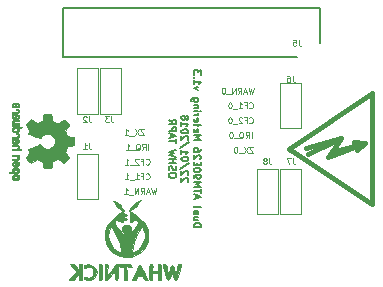
<source format=gbo>
G04 #@! TF.GenerationSoftware,KiCad,Pcbnew,(5.1.5)-3*
G04 #@! TF.CreationDate,2020-03-16T23:26:29+11:00*
G04 #@! TF.ProjectId,din_meter_atm90e26,64696e5f-6d65-4746-9572-5f61746d3930,rev?*
G04 #@! TF.SameCoordinates,Original*
G04 #@! TF.FileFunction,Legend,Bot*
G04 #@! TF.FilePolarity,Positive*
%FSLAX46Y46*%
G04 Gerber Fmt 4.6, Leading zero omitted, Abs format (unit mm)*
G04 Created by KiCad (PCBNEW (5.1.5)-3) date 2020-03-16 23:26:29*
%MOMM*%
%LPD*%
G04 APERTURE LIST*
%ADD10C,0.150000*%
%ADD11C,0.381000*%
%ADD12C,0.010000*%
%ADD13C,0.120000*%
%ADD14C,0.200000*%
%ADD15C,0.125000*%
G04 APERTURE END LIST*
D10*
X146180571Y-76921571D02*
X146780571Y-76921571D01*
X146780571Y-76778714D01*
X146752000Y-76693000D01*
X146694857Y-76635857D01*
X146637714Y-76607285D01*
X146523428Y-76578714D01*
X146437714Y-76578714D01*
X146323428Y-76607285D01*
X146266285Y-76635857D01*
X146209142Y-76693000D01*
X146180571Y-76778714D01*
X146180571Y-76921571D01*
X146580571Y-76064428D02*
X146180571Y-76064428D01*
X146580571Y-76321571D02*
X146266285Y-76321571D01*
X146209142Y-76293000D01*
X146180571Y-76235857D01*
X146180571Y-76150142D01*
X146209142Y-76093000D01*
X146237714Y-76064428D01*
X146180571Y-75521571D02*
X146494857Y-75521571D01*
X146552000Y-75550142D01*
X146580571Y-75607285D01*
X146580571Y-75721571D01*
X146552000Y-75778714D01*
X146209142Y-75521571D02*
X146180571Y-75578714D01*
X146180571Y-75721571D01*
X146209142Y-75778714D01*
X146266285Y-75807285D01*
X146323428Y-75807285D01*
X146380571Y-75778714D01*
X146409142Y-75721571D01*
X146409142Y-75578714D01*
X146437714Y-75521571D01*
X146180571Y-75150142D02*
X146209142Y-75207285D01*
X146266285Y-75235857D01*
X146780571Y-75235857D01*
X146352000Y-74493000D02*
X146352000Y-74207285D01*
X146180571Y-74550142D02*
X146780571Y-74350142D01*
X146180571Y-74150142D01*
X146780571Y-74035857D02*
X146780571Y-73693000D01*
X146180571Y-73864428D02*
X146780571Y-73864428D01*
X146180571Y-73493000D02*
X146780571Y-73493000D01*
X146352000Y-73293000D01*
X146780571Y-73093000D01*
X146180571Y-73093000D01*
X146180571Y-72778714D02*
X146180571Y-72664428D01*
X146209142Y-72607285D01*
X146237714Y-72578714D01*
X146323428Y-72521571D01*
X146437714Y-72493000D01*
X146666285Y-72493000D01*
X146723428Y-72521571D01*
X146752000Y-72550142D01*
X146780571Y-72607285D01*
X146780571Y-72721571D01*
X146752000Y-72778714D01*
X146723428Y-72807285D01*
X146666285Y-72835857D01*
X146523428Y-72835857D01*
X146466285Y-72807285D01*
X146437714Y-72778714D01*
X146409142Y-72721571D01*
X146409142Y-72607285D01*
X146437714Y-72550142D01*
X146466285Y-72521571D01*
X146523428Y-72493000D01*
X146780571Y-72121571D02*
X146780571Y-72064428D01*
X146752000Y-72007285D01*
X146723428Y-71978714D01*
X146666285Y-71950142D01*
X146552000Y-71921571D01*
X146409142Y-71921571D01*
X146294857Y-71950142D01*
X146237714Y-71978714D01*
X146209142Y-72007285D01*
X146180571Y-72064428D01*
X146180571Y-72121571D01*
X146209142Y-72178714D01*
X146237714Y-72207285D01*
X146294857Y-72235857D01*
X146409142Y-72264428D01*
X146552000Y-72264428D01*
X146666285Y-72235857D01*
X146723428Y-72207285D01*
X146752000Y-72178714D01*
X146780571Y-72121571D01*
X146494857Y-71664428D02*
X146494857Y-71464428D01*
X146180571Y-71378714D02*
X146180571Y-71664428D01*
X146780571Y-71664428D01*
X146780571Y-71378714D01*
X146723428Y-71150142D02*
X146752000Y-71121571D01*
X146780571Y-71064428D01*
X146780571Y-70921571D01*
X146752000Y-70864428D01*
X146723428Y-70835857D01*
X146666285Y-70807285D01*
X146609142Y-70807285D01*
X146523428Y-70835857D01*
X146180571Y-71178714D01*
X146180571Y-70807285D01*
X146780571Y-70293000D02*
X146780571Y-70407285D01*
X146752000Y-70464428D01*
X146723428Y-70493000D01*
X146637714Y-70550142D01*
X146523428Y-70578714D01*
X146294857Y-70578714D01*
X146237714Y-70550142D01*
X146209142Y-70521571D01*
X146180571Y-70464428D01*
X146180571Y-70350142D01*
X146209142Y-70293000D01*
X146237714Y-70264428D01*
X146294857Y-70235857D01*
X146437714Y-70235857D01*
X146494857Y-70264428D01*
X146523428Y-70293000D01*
X146552000Y-70350142D01*
X146552000Y-70464428D01*
X146523428Y-70521571D01*
X146494857Y-70550142D01*
X146437714Y-70578714D01*
X146180571Y-69521571D02*
X146780571Y-69521571D01*
X146352000Y-69321571D01*
X146780571Y-69121571D01*
X146180571Y-69121571D01*
X146209142Y-68607285D02*
X146180571Y-68664428D01*
X146180571Y-68778714D01*
X146209142Y-68835857D01*
X146266285Y-68864428D01*
X146494857Y-68864428D01*
X146552000Y-68835857D01*
X146580571Y-68778714D01*
X146580571Y-68664428D01*
X146552000Y-68607285D01*
X146494857Y-68578714D01*
X146437714Y-68578714D01*
X146380571Y-68864428D01*
X146580571Y-68407285D02*
X146580571Y-68178714D01*
X146780571Y-68321571D02*
X146266285Y-68321571D01*
X146209142Y-68293000D01*
X146180571Y-68235857D01*
X146180571Y-68178714D01*
X146209142Y-67750142D02*
X146180571Y-67807285D01*
X146180571Y-67921571D01*
X146209142Y-67978714D01*
X146266285Y-68007285D01*
X146494857Y-68007285D01*
X146552000Y-67978714D01*
X146580571Y-67921571D01*
X146580571Y-67807285D01*
X146552000Y-67750142D01*
X146494857Y-67721571D01*
X146437714Y-67721571D01*
X146380571Y-68007285D01*
X146180571Y-67464428D02*
X146580571Y-67464428D01*
X146466285Y-67464428D02*
X146523428Y-67435857D01*
X146552000Y-67407285D01*
X146580571Y-67350142D01*
X146580571Y-67293000D01*
X146180571Y-67093000D02*
X146580571Y-67093000D01*
X146780571Y-67093000D02*
X146752000Y-67121571D01*
X146723428Y-67093000D01*
X146752000Y-67064428D01*
X146780571Y-67093000D01*
X146723428Y-67093000D01*
X146580571Y-66807285D02*
X146180571Y-66807285D01*
X146523428Y-66807285D02*
X146552000Y-66778714D01*
X146580571Y-66721571D01*
X146580571Y-66635857D01*
X146552000Y-66578714D01*
X146494857Y-66550142D01*
X146180571Y-66550142D01*
X146580571Y-66007285D02*
X146094857Y-66007285D01*
X146037714Y-66035857D01*
X146009142Y-66064428D01*
X145980571Y-66121571D01*
X145980571Y-66207285D01*
X146009142Y-66264428D01*
X146209142Y-66007285D02*
X146180571Y-66064428D01*
X146180571Y-66178714D01*
X146209142Y-66235857D01*
X146237714Y-66264428D01*
X146294857Y-66293000D01*
X146466285Y-66293000D01*
X146523428Y-66264428D01*
X146552000Y-66235857D01*
X146580571Y-66178714D01*
X146580571Y-66064428D01*
X146552000Y-66007285D01*
X146580571Y-65321571D02*
X146180571Y-65178714D01*
X146580571Y-65035857D01*
X146180571Y-64493000D02*
X146180571Y-64835857D01*
X146180571Y-64664428D02*
X146780571Y-64664428D01*
X146694857Y-64721571D01*
X146637714Y-64778714D01*
X146609142Y-64835857D01*
X146237714Y-64235857D02*
X146209142Y-64207285D01*
X146180571Y-64235857D01*
X146209142Y-64264428D01*
X146237714Y-64235857D01*
X146180571Y-64235857D01*
X146780571Y-64007285D02*
X146780571Y-63635857D01*
X146552000Y-63835857D01*
X146552000Y-63750142D01*
X146523428Y-63693000D01*
X146494857Y-63664428D01*
X146437714Y-63635857D01*
X146294857Y-63635857D01*
X146237714Y-63664428D01*
X146209142Y-63693000D01*
X146180571Y-63750142D01*
X146180571Y-63921571D01*
X146209142Y-63978714D01*
X146237714Y-64007285D01*
X145673428Y-73093000D02*
X145702000Y-73064428D01*
X145730571Y-73007285D01*
X145730571Y-72864428D01*
X145702000Y-72807285D01*
X145673428Y-72778714D01*
X145616285Y-72750142D01*
X145559142Y-72750142D01*
X145473428Y-72778714D01*
X145130571Y-73121571D01*
X145130571Y-72750142D01*
X145673428Y-72521571D02*
X145702000Y-72493000D01*
X145730571Y-72435857D01*
X145730571Y-72293000D01*
X145702000Y-72235857D01*
X145673428Y-72207285D01*
X145616285Y-72178714D01*
X145559142Y-72178714D01*
X145473428Y-72207285D01*
X145130571Y-72550142D01*
X145130571Y-72178714D01*
X145759142Y-71493000D02*
X144987714Y-72007285D01*
X145730571Y-71178714D02*
X145730571Y-71121571D01*
X145702000Y-71064428D01*
X145673428Y-71035857D01*
X145616285Y-71007285D01*
X145502000Y-70978714D01*
X145359142Y-70978714D01*
X145244857Y-71007285D01*
X145187714Y-71035857D01*
X145159142Y-71064428D01*
X145130571Y-71121571D01*
X145130571Y-71178714D01*
X145159142Y-71235857D01*
X145187714Y-71264428D01*
X145244857Y-71293000D01*
X145359142Y-71321571D01*
X145502000Y-71321571D01*
X145616285Y-71293000D01*
X145673428Y-71264428D01*
X145702000Y-71235857D01*
X145730571Y-71178714D01*
X145130571Y-70407285D02*
X145130571Y-70750142D01*
X145130571Y-70578714D02*
X145730571Y-70578714D01*
X145644857Y-70635857D01*
X145587714Y-70693000D01*
X145559142Y-70750142D01*
X145759142Y-69721571D02*
X144987714Y-70235857D01*
X145673428Y-69550142D02*
X145702000Y-69521571D01*
X145730571Y-69464428D01*
X145730571Y-69321571D01*
X145702000Y-69264428D01*
X145673428Y-69235857D01*
X145616285Y-69207285D01*
X145559142Y-69207285D01*
X145473428Y-69235857D01*
X145130571Y-69578714D01*
X145130571Y-69207285D01*
X145730571Y-68835857D02*
X145730571Y-68778714D01*
X145702000Y-68721571D01*
X145673428Y-68693000D01*
X145616285Y-68664428D01*
X145502000Y-68635857D01*
X145359142Y-68635857D01*
X145244857Y-68664428D01*
X145187714Y-68693000D01*
X145159142Y-68721571D01*
X145130571Y-68778714D01*
X145130571Y-68835857D01*
X145159142Y-68893000D01*
X145187714Y-68921571D01*
X145244857Y-68950142D01*
X145359142Y-68978714D01*
X145502000Y-68978714D01*
X145616285Y-68950142D01*
X145673428Y-68921571D01*
X145702000Y-68893000D01*
X145730571Y-68835857D01*
X145130571Y-68064428D02*
X145130571Y-68407285D01*
X145130571Y-68235857D02*
X145730571Y-68235857D01*
X145644857Y-68293000D01*
X145587714Y-68350142D01*
X145559142Y-68407285D01*
X145473428Y-67721571D02*
X145502000Y-67778714D01*
X145530571Y-67807285D01*
X145587714Y-67835857D01*
X145616285Y-67835857D01*
X145673428Y-67807285D01*
X145702000Y-67778714D01*
X145730571Y-67721571D01*
X145730571Y-67607285D01*
X145702000Y-67550142D01*
X145673428Y-67521571D01*
X145616285Y-67493000D01*
X145587714Y-67493000D01*
X145530571Y-67521571D01*
X145502000Y-67550142D01*
X145473428Y-67607285D01*
X145473428Y-67721571D01*
X145444857Y-67778714D01*
X145416285Y-67807285D01*
X145359142Y-67835857D01*
X145244857Y-67835857D01*
X145187714Y-67807285D01*
X145159142Y-67778714D01*
X145130571Y-67721571D01*
X145130571Y-67607285D01*
X145159142Y-67550142D01*
X145187714Y-67521571D01*
X145244857Y-67493000D01*
X145359142Y-67493000D01*
X145416285Y-67521571D01*
X145444857Y-67550142D01*
X145473428Y-67607285D01*
X144680571Y-72607285D02*
X144680571Y-72493000D01*
X144652000Y-72435857D01*
X144594857Y-72378714D01*
X144480571Y-72350142D01*
X144280571Y-72350142D01*
X144166285Y-72378714D01*
X144109142Y-72435857D01*
X144080571Y-72493000D01*
X144080571Y-72607285D01*
X144109142Y-72664428D01*
X144166285Y-72721571D01*
X144280571Y-72750142D01*
X144480571Y-72750142D01*
X144594857Y-72721571D01*
X144652000Y-72664428D01*
X144680571Y-72607285D01*
X144109142Y-72121571D02*
X144080571Y-72035857D01*
X144080571Y-71893000D01*
X144109142Y-71835857D01*
X144137714Y-71807285D01*
X144194857Y-71778714D01*
X144252000Y-71778714D01*
X144309142Y-71807285D01*
X144337714Y-71835857D01*
X144366285Y-71893000D01*
X144394857Y-72007285D01*
X144423428Y-72064428D01*
X144452000Y-72093000D01*
X144509142Y-72121571D01*
X144566285Y-72121571D01*
X144623428Y-72093000D01*
X144652000Y-72064428D01*
X144680571Y-72007285D01*
X144680571Y-71864428D01*
X144652000Y-71778714D01*
X144080571Y-71521571D02*
X144680571Y-71521571D01*
X144394857Y-71521571D02*
X144394857Y-71178714D01*
X144080571Y-71178714D02*
X144680571Y-71178714D01*
X144680571Y-70950142D02*
X144080571Y-70807285D01*
X144509142Y-70693000D01*
X144080571Y-70578714D01*
X144680571Y-70435857D01*
X144680571Y-69835857D02*
X144680571Y-69493000D01*
X144080571Y-69664428D02*
X144680571Y-69664428D01*
X144252000Y-69321571D02*
X144252000Y-69035857D01*
X144080571Y-69378714D02*
X144680571Y-69178714D01*
X144080571Y-68978714D01*
X144080571Y-68778714D02*
X144680571Y-68778714D01*
X144680571Y-68550142D01*
X144652000Y-68493000D01*
X144623428Y-68464428D01*
X144566285Y-68435857D01*
X144480571Y-68435857D01*
X144423428Y-68464428D01*
X144394857Y-68493000D01*
X144366285Y-68550142D01*
X144366285Y-68778714D01*
X144080571Y-67835857D02*
X144366285Y-68035857D01*
X144080571Y-68178714D02*
X144680571Y-68178714D01*
X144680571Y-67950142D01*
X144652000Y-67893000D01*
X144623428Y-67864428D01*
X144566285Y-67835857D01*
X144480571Y-67835857D01*
X144423428Y-67864428D01*
X144394857Y-67893000D01*
X144366285Y-67950142D01*
X144366285Y-68178714D01*
D11*
X161277000Y-65594000D02*
X154292000Y-70293000D01*
X161277000Y-74992000D02*
X161277000Y-65594000D01*
X154292000Y-70293000D02*
X161277000Y-74992000D01*
X160682640Y-69795160D02*
X159783480Y-69693560D01*
X157883560Y-70592720D02*
X160682640Y-69795160D01*
X158683660Y-69393840D02*
X157883560Y-70592720D01*
X155683920Y-70193940D02*
X158683660Y-69393840D01*
X160682640Y-69795160D02*
X159984140Y-70394600D01*
X158683660Y-69393840D02*
X155882040Y-70694320D01*
X157583840Y-70994040D02*
X157982620Y-70394600D01*
X160682640Y-69795160D02*
X157583840Y-70994040D01*
D12*
G36*
X136094652Y-69554090D02*
G01*
X136094222Y-69475546D01*
X136093058Y-69418702D01*
X136090793Y-69379895D01*
X136087060Y-69355462D01*
X136081494Y-69341738D01*
X136073727Y-69335060D01*
X136063395Y-69331764D01*
X136062057Y-69331444D01*
X136037921Y-69326438D01*
X135990299Y-69317171D01*
X135924259Y-69304608D01*
X135844872Y-69289713D01*
X135757204Y-69273449D01*
X135754125Y-69272881D01*
X135668211Y-69256590D01*
X135592304Y-69241348D01*
X135530955Y-69228139D01*
X135488718Y-69217946D01*
X135470145Y-69211752D01*
X135469816Y-69211457D01*
X135460747Y-69193212D01*
X135445633Y-69155595D01*
X135427738Y-69106729D01*
X135427642Y-69106457D01*
X135404507Y-69044907D01*
X135375035Y-68972343D01*
X135345403Y-68903943D01*
X135343938Y-68900706D01*
X135293374Y-68789298D01*
X135461840Y-68542601D01*
X135513197Y-68466923D01*
X135559111Y-68398369D01*
X135596970Y-68340912D01*
X135624163Y-68298524D01*
X135638079Y-68275175D01*
X135639111Y-68272958D01*
X135634516Y-68255990D01*
X135612345Y-68224299D01*
X135571553Y-68176648D01*
X135511095Y-68111802D01*
X135446773Y-68045603D01*
X135383388Y-67981786D01*
X135325549Y-67924671D01*
X135276825Y-67877695D01*
X135240790Y-67844297D01*
X135221016Y-67827915D01*
X135219998Y-67827306D01*
X135206428Y-67825495D01*
X135184267Y-67832317D01*
X135150522Y-67849460D01*
X135102200Y-67878607D01*
X135036308Y-67921445D01*
X134951483Y-67978552D01*
X134876823Y-68029234D01*
X134809860Y-68074539D01*
X134754484Y-68111850D01*
X134714580Y-68138548D01*
X134694038Y-68152015D01*
X134692644Y-68152863D01*
X134672962Y-68151219D01*
X134634707Y-68138755D01*
X134585111Y-68117952D01*
X134569272Y-68110538D01*
X134498710Y-68078186D01*
X134418647Y-68043672D01*
X134349371Y-68015635D01*
X134297955Y-67995432D01*
X134258881Y-67979385D01*
X134238459Y-67970112D01*
X134236886Y-67968959D01*
X134234279Y-67951904D01*
X134227137Y-67911702D01*
X134216477Y-67853698D01*
X134203315Y-67783237D01*
X134188667Y-67705665D01*
X134173551Y-67626328D01*
X134158982Y-67550569D01*
X134145978Y-67483736D01*
X134135555Y-67431172D01*
X134128730Y-67398224D01*
X134126801Y-67390143D01*
X134122038Y-67381795D01*
X134111282Y-67375494D01*
X134090902Y-67370955D01*
X134057266Y-67367896D01*
X134006745Y-67366033D01*
X133935708Y-67365082D01*
X133840524Y-67364760D01*
X133801508Y-67364743D01*
X133484201Y-67364743D01*
X133469161Y-67440943D01*
X133461005Y-67483337D01*
X133449101Y-67546600D01*
X133434884Y-67623038D01*
X133419790Y-67704957D01*
X133415645Y-67727600D01*
X133400947Y-67803194D01*
X133386495Y-67869047D01*
X133373625Y-67919634D01*
X133363678Y-67949426D01*
X133360713Y-67954388D01*
X133339717Y-67966574D01*
X133299033Y-67984047D01*
X133246678Y-68003423D01*
X133235400Y-68007266D01*
X133165477Y-68032661D01*
X133086582Y-68064183D01*
X133015734Y-68095031D01*
X133015405Y-68095183D01*
X132904267Y-68146553D01*
X132655747Y-67977601D01*
X132407228Y-67808648D01*
X132189942Y-68025571D01*
X132125274Y-68091181D01*
X132068267Y-68151021D01*
X132021967Y-68201733D01*
X131989416Y-68239954D01*
X131973657Y-68262325D01*
X131972657Y-68265534D01*
X131980531Y-68284374D01*
X132002422Y-68322820D01*
X132035733Y-68376670D01*
X132077869Y-68441724D01*
X132125057Y-68512060D01*
X132173190Y-68583445D01*
X132215072Y-68647092D01*
X132248129Y-68698959D01*
X132269782Y-68735005D01*
X132277457Y-68751133D01*
X132270963Y-68770811D01*
X132253850Y-68808125D01*
X132229674Y-68855379D01*
X132226987Y-68860388D01*
X132195073Y-68924023D01*
X132179421Y-68967659D01*
X132179255Y-68994798D01*
X132193796Y-69008943D01*
X132194000Y-69009025D01*
X132211221Y-69016095D01*
X132252101Y-69032958D01*
X132313475Y-69058305D01*
X132392181Y-69090829D01*
X132485053Y-69129222D01*
X132588928Y-69172178D01*
X132689498Y-69213778D01*
X132800484Y-69259496D01*
X132903297Y-69301474D01*
X132994785Y-69338452D01*
X133071799Y-69369173D01*
X133131185Y-69392378D01*
X133169791Y-69406810D01*
X133184200Y-69411257D01*
X133200728Y-69400104D01*
X133227070Y-69370931D01*
X133256113Y-69332029D01*
X133347961Y-69221243D01*
X133453241Y-69134649D01*
X133569734Y-69073284D01*
X133695224Y-69038185D01*
X133827493Y-69030392D01*
X133888543Y-69036057D01*
X134015205Y-69066922D01*
X134127059Y-69120080D01*
X134222999Y-69192233D01*
X134301924Y-69280083D01*
X134362730Y-69380335D01*
X134404313Y-69489690D01*
X134425572Y-69604853D01*
X134425401Y-69722525D01*
X134402699Y-69839410D01*
X134356362Y-69952211D01*
X134285287Y-70057631D01*
X134245089Y-70101632D01*
X134141871Y-70186021D01*
X134029075Y-70244778D01*
X133909990Y-70278296D01*
X133787905Y-70286965D01*
X133666107Y-70271177D01*
X133547884Y-70231322D01*
X133436525Y-70167793D01*
X133335316Y-70080979D01*
X133256113Y-69983971D01*
X133225838Y-69943563D01*
X133199781Y-69915018D01*
X133184175Y-69904743D01*
X133167157Y-69910123D01*
X133126500Y-69925425D01*
X133065358Y-69949388D01*
X132986881Y-69980756D01*
X132894220Y-70018268D01*
X132790528Y-70060667D01*
X132689474Y-70102337D01*
X132578393Y-70148310D01*
X132475459Y-70190893D01*
X132383835Y-70228779D01*
X132306684Y-70260660D01*
X132247169Y-70285229D01*
X132208456Y-70301180D01*
X132194000Y-70307090D01*
X132179315Y-70321052D01*
X132179358Y-70348060D01*
X132194901Y-70391587D01*
X132226716Y-70455110D01*
X132226987Y-70455612D01*
X132251677Y-70503440D01*
X132269662Y-70542103D01*
X132277386Y-70563905D01*
X132277457Y-70564867D01*
X132269622Y-70581279D01*
X132247835Y-70617513D01*
X132214672Y-70669526D01*
X132172709Y-70733275D01*
X132125057Y-70803940D01*
X132076809Y-70875884D01*
X132034849Y-70940726D01*
X132001773Y-70994265D01*
X131980179Y-71032303D01*
X131972657Y-71050467D01*
X131982543Y-71067192D01*
X132010174Y-71100820D01*
X132052505Y-71147990D01*
X132106495Y-71205342D01*
X132169101Y-71269516D01*
X132190017Y-71290503D01*
X132407377Y-71507501D01*
X132649780Y-71342332D01*
X132724219Y-71292136D01*
X132791028Y-71248081D01*
X132846335Y-71212638D01*
X132886271Y-71188281D01*
X132906964Y-71177478D01*
X132908437Y-71177162D01*
X132927942Y-71182857D01*
X132967178Y-71198174D01*
X133019570Y-71220463D01*
X133054645Y-71236107D01*
X133121799Y-71265359D01*
X133189642Y-71292906D01*
X133246966Y-71314263D01*
X133264428Y-71320065D01*
X133311062Y-71336548D01*
X133347095Y-71352660D01*
X133360713Y-71361510D01*
X133369048Y-71381040D01*
X133380863Y-71423666D01*
X133394819Y-71483855D01*
X133409578Y-71556078D01*
X133415645Y-71588400D01*
X133430727Y-71670478D01*
X133445331Y-71749205D01*
X133458020Y-71816891D01*
X133467358Y-71865840D01*
X133469161Y-71875057D01*
X133484201Y-71951257D01*
X133801508Y-71951257D01*
X133905846Y-71951086D01*
X133984787Y-71950384D01*
X134041962Y-71948866D01*
X134081001Y-71946251D01*
X134105535Y-71942254D01*
X134119195Y-71936591D01*
X134125611Y-71928980D01*
X134126801Y-71925857D01*
X134131020Y-71907022D01*
X134139438Y-71865412D01*
X134151039Y-71806370D01*
X134164805Y-71735243D01*
X134179720Y-71657375D01*
X134194768Y-71578113D01*
X134208931Y-71502802D01*
X134221194Y-71436787D01*
X134230539Y-71385413D01*
X134235950Y-71354025D01*
X134236886Y-71347041D01*
X134249404Y-71340715D01*
X134282754Y-71326710D01*
X134330623Y-71307645D01*
X134349371Y-71300366D01*
X134421805Y-71271004D01*
X134501830Y-71236429D01*
X134569272Y-71205463D01*
X134620841Y-71182677D01*
X134663215Y-71167518D01*
X134689166Y-71162458D01*
X134692644Y-71163264D01*
X134709064Y-71173959D01*
X134745583Y-71198380D01*
X134798313Y-71233905D01*
X134863365Y-71277913D01*
X134936849Y-71327783D01*
X134951355Y-71337644D01*
X135037296Y-71395508D01*
X135102739Y-71438044D01*
X135150696Y-71466946D01*
X135184180Y-71483910D01*
X135206205Y-71490633D01*
X135219783Y-71488810D01*
X135219869Y-71488764D01*
X135237703Y-71474414D01*
X135272183Y-71442677D01*
X135319732Y-71396990D01*
X135376778Y-71340796D01*
X135439745Y-71277532D01*
X135446773Y-71270398D01*
X135523980Y-71190670D01*
X135580670Y-71129143D01*
X135617890Y-71084579D01*
X135636685Y-71055743D01*
X135639111Y-71043042D01*
X135628529Y-71024506D01*
X135604084Y-70986039D01*
X135568388Y-70931614D01*
X135524053Y-70865202D01*
X135473689Y-70790775D01*
X135461840Y-70773399D01*
X135293374Y-70526703D01*
X135343938Y-70415294D01*
X135373405Y-70347543D01*
X135403041Y-70274817D01*
X135426670Y-70212297D01*
X135427642Y-70209543D01*
X135445543Y-70160640D01*
X135460680Y-70122943D01*
X135469790Y-70104575D01*
X135469816Y-70104544D01*
X135486283Y-70098715D01*
X135526781Y-70088808D01*
X135586758Y-70075805D01*
X135661660Y-70060691D01*
X135746936Y-70044448D01*
X135754125Y-70043119D01*
X135841986Y-70026825D01*
X135921740Y-70011867D01*
X135988319Y-69999209D01*
X136036653Y-69989814D01*
X136061675Y-69984646D01*
X136062057Y-69984556D01*
X136072701Y-69981411D01*
X136080738Y-69975296D01*
X136086533Y-69962547D01*
X136090453Y-69939500D01*
X136092865Y-69902491D01*
X136094135Y-69847856D01*
X136094629Y-69771933D01*
X136094714Y-69671056D01*
X136094714Y-69658000D01*
X136094652Y-69554090D01*
G37*
X136094652Y-69554090D02*
X136094222Y-69475546D01*
X136093058Y-69418702D01*
X136090793Y-69379895D01*
X136087060Y-69355462D01*
X136081494Y-69341738D01*
X136073727Y-69335060D01*
X136063395Y-69331764D01*
X136062057Y-69331444D01*
X136037921Y-69326438D01*
X135990299Y-69317171D01*
X135924259Y-69304608D01*
X135844872Y-69289713D01*
X135757204Y-69273449D01*
X135754125Y-69272881D01*
X135668211Y-69256590D01*
X135592304Y-69241348D01*
X135530955Y-69228139D01*
X135488718Y-69217946D01*
X135470145Y-69211752D01*
X135469816Y-69211457D01*
X135460747Y-69193212D01*
X135445633Y-69155595D01*
X135427738Y-69106729D01*
X135427642Y-69106457D01*
X135404507Y-69044907D01*
X135375035Y-68972343D01*
X135345403Y-68903943D01*
X135343938Y-68900706D01*
X135293374Y-68789298D01*
X135461840Y-68542601D01*
X135513197Y-68466923D01*
X135559111Y-68398369D01*
X135596970Y-68340912D01*
X135624163Y-68298524D01*
X135638079Y-68275175D01*
X135639111Y-68272958D01*
X135634516Y-68255990D01*
X135612345Y-68224299D01*
X135571553Y-68176648D01*
X135511095Y-68111802D01*
X135446773Y-68045603D01*
X135383388Y-67981786D01*
X135325549Y-67924671D01*
X135276825Y-67877695D01*
X135240790Y-67844297D01*
X135221016Y-67827915D01*
X135219998Y-67827306D01*
X135206428Y-67825495D01*
X135184267Y-67832317D01*
X135150522Y-67849460D01*
X135102200Y-67878607D01*
X135036308Y-67921445D01*
X134951483Y-67978552D01*
X134876823Y-68029234D01*
X134809860Y-68074539D01*
X134754484Y-68111850D01*
X134714580Y-68138548D01*
X134694038Y-68152015D01*
X134692644Y-68152863D01*
X134672962Y-68151219D01*
X134634707Y-68138755D01*
X134585111Y-68117952D01*
X134569272Y-68110538D01*
X134498710Y-68078186D01*
X134418647Y-68043672D01*
X134349371Y-68015635D01*
X134297955Y-67995432D01*
X134258881Y-67979385D01*
X134238459Y-67970112D01*
X134236886Y-67968959D01*
X134234279Y-67951904D01*
X134227137Y-67911702D01*
X134216477Y-67853698D01*
X134203315Y-67783237D01*
X134188667Y-67705665D01*
X134173551Y-67626328D01*
X134158982Y-67550569D01*
X134145978Y-67483736D01*
X134135555Y-67431172D01*
X134128730Y-67398224D01*
X134126801Y-67390143D01*
X134122038Y-67381795D01*
X134111282Y-67375494D01*
X134090902Y-67370955D01*
X134057266Y-67367896D01*
X134006745Y-67366033D01*
X133935708Y-67365082D01*
X133840524Y-67364760D01*
X133801508Y-67364743D01*
X133484201Y-67364743D01*
X133469161Y-67440943D01*
X133461005Y-67483337D01*
X133449101Y-67546600D01*
X133434884Y-67623038D01*
X133419790Y-67704957D01*
X133415645Y-67727600D01*
X133400947Y-67803194D01*
X133386495Y-67869047D01*
X133373625Y-67919634D01*
X133363678Y-67949426D01*
X133360713Y-67954388D01*
X133339717Y-67966574D01*
X133299033Y-67984047D01*
X133246678Y-68003423D01*
X133235400Y-68007266D01*
X133165477Y-68032661D01*
X133086582Y-68064183D01*
X133015734Y-68095031D01*
X133015405Y-68095183D01*
X132904267Y-68146553D01*
X132655747Y-67977601D01*
X132407228Y-67808648D01*
X132189942Y-68025571D01*
X132125274Y-68091181D01*
X132068267Y-68151021D01*
X132021967Y-68201733D01*
X131989416Y-68239954D01*
X131973657Y-68262325D01*
X131972657Y-68265534D01*
X131980531Y-68284374D01*
X132002422Y-68322820D01*
X132035733Y-68376670D01*
X132077869Y-68441724D01*
X132125057Y-68512060D01*
X132173190Y-68583445D01*
X132215072Y-68647092D01*
X132248129Y-68698959D01*
X132269782Y-68735005D01*
X132277457Y-68751133D01*
X132270963Y-68770811D01*
X132253850Y-68808125D01*
X132229674Y-68855379D01*
X132226987Y-68860388D01*
X132195073Y-68924023D01*
X132179421Y-68967659D01*
X132179255Y-68994798D01*
X132193796Y-69008943D01*
X132194000Y-69009025D01*
X132211221Y-69016095D01*
X132252101Y-69032958D01*
X132313475Y-69058305D01*
X132392181Y-69090829D01*
X132485053Y-69129222D01*
X132588928Y-69172178D01*
X132689498Y-69213778D01*
X132800484Y-69259496D01*
X132903297Y-69301474D01*
X132994785Y-69338452D01*
X133071799Y-69369173D01*
X133131185Y-69392378D01*
X133169791Y-69406810D01*
X133184200Y-69411257D01*
X133200728Y-69400104D01*
X133227070Y-69370931D01*
X133256113Y-69332029D01*
X133347961Y-69221243D01*
X133453241Y-69134649D01*
X133569734Y-69073284D01*
X133695224Y-69038185D01*
X133827493Y-69030392D01*
X133888543Y-69036057D01*
X134015205Y-69066922D01*
X134127059Y-69120080D01*
X134222999Y-69192233D01*
X134301924Y-69280083D01*
X134362730Y-69380335D01*
X134404313Y-69489690D01*
X134425572Y-69604853D01*
X134425401Y-69722525D01*
X134402699Y-69839410D01*
X134356362Y-69952211D01*
X134285287Y-70057631D01*
X134245089Y-70101632D01*
X134141871Y-70186021D01*
X134029075Y-70244778D01*
X133909990Y-70278296D01*
X133787905Y-70286965D01*
X133666107Y-70271177D01*
X133547884Y-70231322D01*
X133436525Y-70167793D01*
X133335316Y-70080979D01*
X133256113Y-69983971D01*
X133225838Y-69943563D01*
X133199781Y-69915018D01*
X133184175Y-69904743D01*
X133167157Y-69910123D01*
X133126500Y-69925425D01*
X133065358Y-69949388D01*
X132986881Y-69980756D01*
X132894220Y-70018268D01*
X132790528Y-70060667D01*
X132689474Y-70102337D01*
X132578393Y-70148310D01*
X132475459Y-70190893D01*
X132383835Y-70228779D01*
X132306684Y-70260660D01*
X132247169Y-70285229D01*
X132208456Y-70301180D01*
X132194000Y-70307090D01*
X132179315Y-70321052D01*
X132179358Y-70348060D01*
X132194901Y-70391587D01*
X132226716Y-70455110D01*
X132226987Y-70455612D01*
X132251677Y-70503440D01*
X132269662Y-70542103D01*
X132277386Y-70563905D01*
X132277457Y-70564867D01*
X132269622Y-70581279D01*
X132247835Y-70617513D01*
X132214672Y-70669526D01*
X132172709Y-70733275D01*
X132125057Y-70803940D01*
X132076809Y-70875884D01*
X132034849Y-70940726D01*
X132001773Y-70994265D01*
X131980179Y-71032303D01*
X131972657Y-71050467D01*
X131982543Y-71067192D01*
X132010174Y-71100820D01*
X132052505Y-71147990D01*
X132106495Y-71205342D01*
X132169101Y-71269516D01*
X132190017Y-71290503D01*
X132407377Y-71507501D01*
X132649780Y-71342332D01*
X132724219Y-71292136D01*
X132791028Y-71248081D01*
X132846335Y-71212638D01*
X132886271Y-71188281D01*
X132906964Y-71177478D01*
X132908437Y-71177162D01*
X132927942Y-71182857D01*
X132967178Y-71198174D01*
X133019570Y-71220463D01*
X133054645Y-71236107D01*
X133121799Y-71265359D01*
X133189642Y-71292906D01*
X133246966Y-71314263D01*
X133264428Y-71320065D01*
X133311062Y-71336548D01*
X133347095Y-71352660D01*
X133360713Y-71361510D01*
X133369048Y-71381040D01*
X133380863Y-71423666D01*
X133394819Y-71483855D01*
X133409578Y-71556078D01*
X133415645Y-71588400D01*
X133430727Y-71670478D01*
X133445331Y-71749205D01*
X133458020Y-71816891D01*
X133467358Y-71865840D01*
X133469161Y-71875057D01*
X133484201Y-71951257D01*
X133801508Y-71951257D01*
X133905846Y-71951086D01*
X133984787Y-71950384D01*
X134041962Y-71948866D01*
X134081001Y-71946251D01*
X134105535Y-71942254D01*
X134119195Y-71936591D01*
X134125611Y-71928980D01*
X134126801Y-71925857D01*
X134131020Y-71907022D01*
X134139438Y-71865412D01*
X134151039Y-71806370D01*
X134164805Y-71735243D01*
X134179720Y-71657375D01*
X134194768Y-71578113D01*
X134208931Y-71502802D01*
X134221194Y-71436787D01*
X134230539Y-71385413D01*
X134235950Y-71354025D01*
X134236886Y-71347041D01*
X134249404Y-71340715D01*
X134282754Y-71326710D01*
X134330623Y-71307645D01*
X134349371Y-71300366D01*
X134421805Y-71271004D01*
X134501830Y-71236429D01*
X134569272Y-71205463D01*
X134620841Y-71182677D01*
X134663215Y-71167518D01*
X134689166Y-71162458D01*
X134692644Y-71163264D01*
X134709064Y-71173959D01*
X134745583Y-71198380D01*
X134798313Y-71233905D01*
X134863365Y-71277913D01*
X134936849Y-71327783D01*
X134951355Y-71337644D01*
X135037296Y-71395508D01*
X135102739Y-71438044D01*
X135150696Y-71466946D01*
X135184180Y-71483910D01*
X135206205Y-71490633D01*
X135219783Y-71488810D01*
X135219869Y-71488764D01*
X135237703Y-71474414D01*
X135272183Y-71442677D01*
X135319732Y-71396990D01*
X135376778Y-71340796D01*
X135439745Y-71277532D01*
X135446773Y-71270398D01*
X135523980Y-71190670D01*
X135580670Y-71129143D01*
X135617890Y-71084579D01*
X135636685Y-71055743D01*
X135639111Y-71043042D01*
X135628529Y-71024506D01*
X135604084Y-70986039D01*
X135568388Y-70931614D01*
X135524053Y-70865202D01*
X135473689Y-70790775D01*
X135461840Y-70773399D01*
X135293374Y-70526703D01*
X135343938Y-70415294D01*
X135373405Y-70347543D01*
X135403041Y-70274817D01*
X135426670Y-70212297D01*
X135427642Y-70209543D01*
X135445543Y-70160640D01*
X135460680Y-70122943D01*
X135469790Y-70104575D01*
X135469816Y-70104544D01*
X135486283Y-70098715D01*
X135526781Y-70088808D01*
X135586758Y-70075805D01*
X135661660Y-70060691D01*
X135746936Y-70044448D01*
X135754125Y-70043119D01*
X135841986Y-70026825D01*
X135921740Y-70011867D01*
X135988319Y-69999209D01*
X136036653Y-69989814D01*
X136061675Y-69984646D01*
X136062057Y-69984556D01*
X136072701Y-69981411D01*
X136080738Y-69975296D01*
X136086533Y-69962547D01*
X136090453Y-69939500D01*
X136092865Y-69902491D01*
X136094135Y-69847856D01*
X136094629Y-69771933D01*
X136094714Y-69671056D01*
X136094714Y-69658000D01*
X136094652Y-69554090D01*
G36*
X131370034Y-66504405D02*
G01*
X131332503Y-66446979D01*
X131298904Y-66419281D01*
X131237936Y-66397338D01*
X131189692Y-66395595D01*
X131125184Y-66399543D01*
X131060066Y-66548314D01*
X131026798Y-66620651D01*
X131000036Y-66667916D01*
X130976856Y-66692493D01*
X130954333Y-66696763D01*
X130929545Y-66683111D01*
X130913114Y-66668057D01*
X130886765Y-66624254D01*
X130884919Y-66576611D01*
X130905454Y-66532855D01*
X130946248Y-66500711D01*
X130960653Y-66494962D01*
X131005644Y-66467424D01*
X131024818Y-66435742D01*
X131041221Y-66392286D01*
X130979034Y-66392286D01*
X130936717Y-66396128D01*
X130901031Y-66411177D01*
X130860057Y-66442720D01*
X130854733Y-66447408D01*
X130818280Y-66482494D01*
X130798717Y-66512653D01*
X130789717Y-66550385D01*
X130786770Y-66581665D01*
X130786035Y-66637615D01*
X130795340Y-66677445D01*
X130809154Y-66702292D01*
X130839533Y-66741344D01*
X130872387Y-66768375D01*
X130913706Y-66785483D01*
X130969479Y-66794762D01*
X131045695Y-66798307D01*
X131084378Y-66798590D01*
X131130753Y-66797628D01*
X131130753Y-66709993D01*
X131105874Y-66708977D01*
X131101800Y-66706444D01*
X131107335Y-66689726D01*
X131121983Y-66653751D01*
X131142810Y-66605669D01*
X131147286Y-66595614D01*
X131178186Y-66534848D01*
X131205343Y-66501368D01*
X131230780Y-66494010D01*
X131256519Y-66511609D01*
X131267891Y-66526144D01*
X131290636Y-66578590D01*
X131286878Y-66627678D01*
X131259116Y-66668773D01*
X131209848Y-66697242D01*
X131170743Y-66706369D01*
X131130753Y-66709993D01*
X131130753Y-66797628D01*
X131174751Y-66796715D01*
X131241616Y-66789804D01*
X131290305Y-66776116D01*
X131326151Y-66753904D01*
X131354487Y-66721426D01*
X131363645Y-66707267D01*
X131387493Y-66642947D01*
X131388994Y-66572527D01*
X131370034Y-66504405D01*
G37*
X131370034Y-66504405D02*
X131332503Y-66446979D01*
X131298904Y-66419281D01*
X131237936Y-66397338D01*
X131189692Y-66395595D01*
X131125184Y-66399543D01*
X131060066Y-66548314D01*
X131026798Y-66620651D01*
X131000036Y-66667916D01*
X130976856Y-66692493D01*
X130954333Y-66696763D01*
X130929545Y-66683111D01*
X130913114Y-66668057D01*
X130886765Y-66624254D01*
X130884919Y-66576611D01*
X130905454Y-66532855D01*
X130946248Y-66500711D01*
X130960653Y-66494962D01*
X131005644Y-66467424D01*
X131024818Y-66435742D01*
X131041221Y-66392286D01*
X130979034Y-66392286D01*
X130936717Y-66396128D01*
X130901031Y-66411177D01*
X130860057Y-66442720D01*
X130854733Y-66447408D01*
X130818280Y-66482494D01*
X130798717Y-66512653D01*
X130789717Y-66550385D01*
X130786770Y-66581665D01*
X130786035Y-66637615D01*
X130795340Y-66677445D01*
X130809154Y-66702292D01*
X130839533Y-66741344D01*
X130872387Y-66768375D01*
X130913706Y-66785483D01*
X130969479Y-66794762D01*
X131045695Y-66798307D01*
X131084378Y-66798590D01*
X131130753Y-66797628D01*
X131130753Y-66709993D01*
X131105874Y-66708977D01*
X131101800Y-66706444D01*
X131107335Y-66689726D01*
X131121983Y-66653751D01*
X131142810Y-66605669D01*
X131147286Y-66595614D01*
X131178186Y-66534848D01*
X131205343Y-66501368D01*
X131230780Y-66494010D01*
X131256519Y-66511609D01*
X131267891Y-66526144D01*
X131290636Y-66578590D01*
X131286878Y-66627678D01*
X131259116Y-66668773D01*
X131209848Y-66697242D01*
X131170743Y-66706369D01*
X131130753Y-66709993D01*
X131130753Y-66797628D01*
X131174751Y-66796715D01*
X131241616Y-66789804D01*
X131290305Y-66776116D01*
X131326151Y-66753904D01*
X131354487Y-66721426D01*
X131363645Y-66707267D01*
X131387493Y-66642947D01*
X131388994Y-66572527D01*
X131370034Y-66504405D01*
G36*
X131378248Y-67005400D02*
G01*
X131370666Y-66988052D01*
X131337872Y-66946644D01*
X131290453Y-66911235D01*
X131239849Y-66889336D01*
X131214902Y-66885771D01*
X131180073Y-66897721D01*
X131161643Y-66923933D01*
X131150484Y-66952036D01*
X131148428Y-66964905D01*
X131163351Y-66971171D01*
X131195825Y-66983544D01*
X131210498Y-66988972D01*
X131261256Y-67019410D01*
X131286573Y-67063480D01*
X131285794Y-67119990D01*
X131284797Y-67124175D01*
X131270493Y-67154345D01*
X131242607Y-67176524D01*
X131197713Y-67191673D01*
X131132385Y-67200750D01*
X131043196Y-67204714D01*
X130995739Y-67205086D01*
X130920929Y-67205270D01*
X130869931Y-67206478D01*
X130837529Y-67209691D01*
X130818505Y-67215891D01*
X130807644Y-67226060D01*
X130799728Y-67241181D01*
X130799330Y-67242054D01*
X130787019Y-67271172D01*
X130782486Y-67285597D01*
X130796191Y-67287814D01*
X130834075Y-67289711D01*
X130891285Y-67291153D01*
X130962973Y-67292002D01*
X131015435Y-67292171D01*
X131116953Y-67291308D01*
X131193968Y-67287930D01*
X131250977Y-67280858D01*
X131292474Y-67268912D01*
X131322957Y-67250910D01*
X131346920Y-67225673D01*
X131363645Y-67200753D01*
X131385903Y-67140829D01*
X131390924Y-67071089D01*
X131378248Y-67005400D01*
G37*
X131378248Y-67005400D02*
X131370666Y-66988052D01*
X131337872Y-66946644D01*
X131290453Y-66911235D01*
X131239849Y-66889336D01*
X131214902Y-66885771D01*
X131180073Y-66897721D01*
X131161643Y-66923933D01*
X131150484Y-66952036D01*
X131148428Y-66964905D01*
X131163351Y-66971171D01*
X131195825Y-66983544D01*
X131210498Y-66988972D01*
X131261256Y-67019410D01*
X131286573Y-67063480D01*
X131285794Y-67119990D01*
X131284797Y-67124175D01*
X131270493Y-67154345D01*
X131242607Y-67176524D01*
X131197713Y-67191673D01*
X131132385Y-67200750D01*
X131043196Y-67204714D01*
X130995739Y-67205086D01*
X130920929Y-67205270D01*
X130869931Y-67206478D01*
X130837529Y-67209691D01*
X130818505Y-67215891D01*
X130807644Y-67226060D01*
X130799728Y-67241181D01*
X130799330Y-67242054D01*
X130787019Y-67271172D01*
X130782486Y-67285597D01*
X130796191Y-67287814D01*
X130834075Y-67289711D01*
X130891285Y-67291153D01*
X130962973Y-67292002D01*
X131015435Y-67292171D01*
X131116953Y-67291308D01*
X131193968Y-67287930D01*
X131250977Y-67280858D01*
X131292474Y-67268912D01*
X131322957Y-67250910D01*
X131346920Y-67225673D01*
X131363645Y-67200753D01*
X131385903Y-67140829D01*
X131390924Y-67071089D01*
X131378248Y-67005400D01*
G36*
X131380665Y-67513124D02*
G01*
X131361656Y-67471333D01*
X131338622Y-67438531D01*
X131312867Y-67414497D01*
X131279642Y-67397903D01*
X131234200Y-67387423D01*
X131171793Y-67381729D01*
X131087673Y-67379493D01*
X131032279Y-67379257D01*
X130816174Y-67379257D01*
X130799330Y-67416226D01*
X130787019Y-67445344D01*
X130782486Y-67459769D01*
X130795975Y-67462528D01*
X130832347Y-67464718D01*
X130885458Y-67466058D01*
X130927628Y-67466343D01*
X130988553Y-67467566D01*
X131036885Y-67470864D01*
X131066482Y-67475679D01*
X131072771Y-67479504D01*
X131066348Y-67505217D01*
X131049875Y-67545582D01*
X131027542Y-67592321D01*
X131003543Y-67637155D01*
X130982070Y-67671807D01*
X130967315Y-67687998D01*
X130967155Y-67688062D01*
X130939848Y-67686670D01*
X130913781Y-67674182D01*
X130892608Y-67652257D01*
X130885526Y-67620257D01*
X130886351Y-67592908D01*
X130886958Y-67554174D01*
X130877884Y-67533842D01*
X130853908Y-67521631D01*
X130849387Y-67520091D01*
X130815194Y-67514797D01*
X130794432Y-67528953D01*
X130784538Y-67565852D01*
X130782708Y-67605711D01*
X130796273Y-67677438D01*
X130815645Y-67714568D01*
X130861155Y-67760424D01*
X130917017Y-67784744D01*
X130976043Y-67786927D01*
X131031047Y-67766371D01*
X131065514Y-67735451D01*
X131084811Y-67704580D01*
X131109241Y-67656058D01*
X131134015Y-67599515D01*
X131137801Y-67590090D01*
X131165209Y-67527981D01*
X131189366Y-67492178D01*
X131213381Y-67480663D01*
X131240365Y-67491420D01*
X131261457Y-67509886D01*
X131287428Y-67553531D01*
X131289376Y-67601554D01*
X131269363Y-67645594D01*
X131229449Y-67677291D01*
X131219152Y-67681451D01*
X131181276Y-67705673D01*
X131153158Y-67741035D01*
X131130083Y-67785657D01*
X131195515Y-67785657D01*
X131235494Y-67783031D01*
X131267003Y-67771770D01*
X131300622Y-67746801D01*
X131326516Y-67722831D01*
X131363183Y-67685559D01*
X131382879Y-67656599D01*
X131390780Y-67625495D01*
X131392086Y-67590287D01*
X131380665Y-67513124D01*
G37*
X131380665Y-67513124D02*
X131361656Y-67471333D01*
X131338622Y-67438531D01*
X131312867Y-67414497D01*
X131279642Y-67397903D01*
X131234200Y-67387423D01*
X131171793Y-67381729D01*
X131087673Y-67379493D01*
X131032279Y-67379257D01*
X130816174Y-67379257D01*
X130799330Y-67416226D01*
X130787019Y-67445344D01*
X130782486Y-67459769D01*
X130795975Y-67462528D01*
X130832347Y-67464718D01*
X130885458Y-67466058D01*
X130927628Y-67466343D01*
X130988553Y-67467566D01*
X131036885Y-67470864D01*
X131066482Y-67475679D01*
X131072771Y-67479504D01*
X131066348Y-67505217D01*
X131049875Y-67545582D01*
X131027542Y-67592321D01*
X131003543Y-67637155D01*
X130982070Y-67671807D01*
X130967315Y-67687998D01*
X130967155Y-67688062D01*
X130939848Y-67686670D01*
X130913781Y-67674182D01*
X130892608Y-67652257D01*
X130885526Y-67620257D01*
X130886351Y-67592908D01*
X130886958Y-67554174D01*
X130877884Y-67533842D01*
X130853908Y-67521631D01*
X130849387Y-67520091D01*
X130815194Y-67514797D01*
X130794432Y-67528953D01*
X130784538Y-67565852D01*
X130782708Y-67605711D01*
X130796273Y-67677438D01*
X130815645Y-67714568D01*
X130861155Y-67760424D01*
X130917017Y-67784744D01*
X130976043Y-67786927D01*
X131031047Y-67766371D01*
X131065514Y-67735451D01*
X131084811Y-67704580D01*
X131109241Y-67656058D01*
X131134015Y-67599515D01*
X131137801Y-67590090D01*
X131165209Y-67527981D01*
X131189366Y-67492178D01*
X131213381Y-67480663D01*
X131240365Y-67491420D01*
X131261457Y-67509886D01*
X131287428Y-67553531D01*
X131289376Y-67601554D01*
X131269363Y-67645594D01*
X131229449Y-67677291D01*
X131219152Y-67681451D01*
X131181276Y-67705673D01*
X131153158Y-67741035D01*
X131130083Y-67785657D01*
X131195515Y-67785657D01*
X131235494Y-67783031D01*
X131267003Y-67771770D01*
X131300622Y-67746801D01*
X131326516Y-67722831D01*
X131363183Y-67685559D01*
X131382879Y-67656599D01*
X131390780Y-67625495D01*
X131392086Y-67590287D01*
X131380665Y-67513124D01*
G36*
X131378337Y-67878167D02*
G01*
X131340150Y-67875952D01*
X131282114Y-67874216D01*
X131208820Y-67873101D01*
X131131945Y-67872743D01*
X130871804Y-67872743D01*
X130825873Y-67918674D01*
X130797571Y-67950325D01*
X130786107Y-67978110D01*
X130786832Y-68016085D01*
X130788679Y-68031160D01*
X130794052Y-68078274D01*
X130797131Y-68117244D01*
X130797415Y-68126743D01*
X130795555Y-68158767D01*
X130790886Y-68204568D01*
X130788679Y-68222326D01*
X130785265Y-68265943D01*
X130792680Y-68295255D01*
X130815573Y-68324320D01*
X130825873Y-68334812D01*
X130871804Y-68380743D01*
X131358398Y-68380743D01*
X131375242Y-68343774D01*
X131387718Y-68311941D01*
X131392086Y-68293317D01*
X131378282Y-68288542D01*
X131339714Y-68284079D01*
X131280644Y-68280225D01*
X131205337Y-68277278D01*
X131141714Y-68275857D01*
X130891343Y-68271886D01*
X130886444Y-68237241D01*
X130889869Y-68205732D01*
X130900959Y-68190292D01*
X130921692Y-68185977D01*
X130965855Y-68182292D01*
X131027854Y-68179531D01*
X131102091Y-68177988D01*
X131140294Y-68177765D01*
X131360217Y-68177543D01*
X131376151Y-68131834D01*
X131386985Y-68099482D01*
X131392038Y-68081885D01*
X131392086Y-68081377D01*
X131378352Y-68079612D01*
X131340270Y-68077671D01*
X131282518Y-68075718D01*
X131209773Y-68073916D01*
X131141714Y-68072657D01*
X130891343Y-68068686D01*
X130891343Y-67981600D01*
X131119760Y-67977604D01*
X131348178Y-67973608D01*
X131370132Y-67931153D01*
X131385207Y-67899808D01*
X131392049Y-67881256D01*
X131392086Y-67880721D01*
X131378337Y-67878167D01*
G37*
X131378337Y-67878167D02*
X131340150Y-67875952D01*
X131282114Y-67874216D01*
X131208820Y-67873101D01*
X131131945Y-67872743D01*
X130871804Y-67872743D01*
X130825873Y-67918674D01*
X130797571Y-67950325D01*
X130786107Y-67978110D01*
X130786832Y-68016085D01*
X130788679Y-68031160D01*
X130794052Y-68078274D01*
X130797131Y-68117244D01*
X130797415Y-68126743D01*
X130795555Y-68158767D01*
X130790886Y-68204568D01*
X130788679Y-68222326D01*
X130785265Y-68265943D01*
X130792680Y-68295255D01*
X130815573Y-68324320D01*
X130825873Y-68334812D01*
X130871804Y-68380743D01*
X131358398Y-68380743D01*
X131375242Y-68343774D01*
X131387718Y-68311941D01*
X131392086Y-68293317D01*
X131378282Y-68288542D01*
X131339714Y-68284079D01*
X131280644Y-68280225D01*
X131205337Y-68277278D01*
X131141714Y-68275857D01*
X130891343Y-68271886D01*
X130886444Y-68237241D01*
X130889869Y-68205732D01*
X130900959Y-68190292D01*
X130921692Y-68185977D01*
X130965855Y-68182292D01*
X131027854Y-68179531D01*
X131102091Y-68177988D01*
X131140294Y-68177765D01*
X131360217Y-68177543D01*
X131376151Y-68131834D01*
X131386985Y-68099482D01*
X131392038Y-68081885D01*
X131392086Y-68081377D01*
X131378352Y-68079612D01*
X131340270Y-68077671D01*
X131282518Y-68075718D01*
X131209773Y-68073916D01*
X131141714Y-68072657D01*
X130891343Y-68068686D01*
X130891343Y-67981600D01*
X131119760Y-67977604D01*
X131348178Y-67973608D01*
X131370132Y-67931153D01*
X131385207Y-67899808D01*
X131392049Y-67881256D01*
X131392086Y-67880721D01*
X131378337Y-67878167D01*
G36*
X131271642Y-68467883D02*
G01*
X131163163Y-68468067D01*
X131079713Y-68468781D01*
X131017296Y-68470325D01*
X130971915Y-68472999D01*
X130939571Y-68477106D01*
X130916267Y-68482945D01*
X130898005Y-68490818D01*
X130887582Y-68496779D01*
X130831055Y-68546145D01*
X130795623Y-68608736D01*
X130782910Y-68677987D01*
X130794537Y-68747332D01*
X130815432Y-68788625D01*
X130851578Y-68831975D01*
X130895724Y-68861519D01*
X130953538Y-68879345D01*
X131030687Y-68887537D01*
X131087286Y-68888698D01*
X131091353Y-68888542D01*
X131091353Y-68787143D01*
X131026450Y-68786524D01*
X130983486Y-68783686D01*
X130955378Y-68777160D01*
X130935047Y-68765477D01*
X130919712Y-68751517D01*
X130890110Y-68704635D01*
X130887581Y-68654299D01*
X130912295Y-68606724D01*
X130915644Y-68603021D01*
X130933065Y-68587217D01*
X130953791Y-68577307D01*
X130984638Y-68571942D01*
X131032423Y-68569772D01*
X131085252Y-68569429D01*
X131151619Y-68570173D01*
X131195894Y-68573252D01*
X131224991Y-68579939D01*
X131245827Y-68591504D01*
X131256893Y-68600987D01*
X131284802Y-68645040D01*
X131288157Y-68695776D01*
X131266841Y-68744204D01*
X131258927Y-68753550D01*
X131241353Y-68769460D01*
X131220413Y-68779390D01*
X131189218Y-68784722D01*
X131140878Y-68786837D01*
X131091353Y-68787143D01*
X131091353Y-68888542D01*
X131178432Y-68885190D01*
X131246914Y-68873274D01*
X131298400Y-68850865D01*
X131338557Y-68815876D01*
X131359139Y-68788625D01*
X131381375Y-68739093D01*
X131391696Y-68681684D01*
X131388933Y-68628318D01*
X131377788Y-68598457D01*
X131374617Y-68586739D01*
X131386443Y-68578963D01*
X131418134Y-68573535D01*
X131466407Y-68569429D01*
X131520171Y-68564933D01*
X131552518Y-68558687D01*
X131571015Y-68547324D01*
X131583230Y-68527472D01*
X131588638Y-68515000D01*
X131608399Y-68467829D01*
X131271642Y-68467883D01*
G37*
X131271642Y-68467883D02*
X131163163Y-68468067D01*
X131079713Y-68468781D01*
X131017296Y-68470325D01*
X130971915Y-68472999D01*
X130939571Y-68477106D01*
X130916267Y-68482945D01*
X130898005Y-68490818D01*
X130887582Y-68496779D01*
X130831055Y-68546145D01*
X130795623Y-68608736D01*
X130782910Y-68677987D01*
X130794537Y-68747332D01*
X130815432Y-68788625D01*
X130851578Y-68831975D01*
X130895724Y-68861519D01*
X130953538Y-68879345D01*
X131030687Y-68887537D01*
X131087286Y-68888698D01*
X131091353Y-68888542D01*
X131091353Y-68787143D01*
X131026450Y-68786524D01*
X130983486Y-68783686D01*
X130955378Y-68777160D01*
X130935047Y-68765477D01*
X130919712Y-68751517D01*
X130890110Y-68704635D01*
X130887581Y-68654299D01*
X130912295Y-68606724D01*
X130915644Y-68603021D01*
X130933065Y-68587217D01*
X130953791Y-68577307D01*
X130984638Y-68571942D01*
X131032423Y-68569772D01*
X131085252Y-68569429D01*
X131151619Y-68570173D01*
X131195894Y-68573252D01*
X131224991Y-68579939D01*
X131245827Y-68591504D01*
X131256893Y-68600987D01*
X131284802Y-68645040D01*
X131288157Y-68695776D01*
X131266841Y-68744204D01*
X131258927Y-68753550D01*
X131241353Y-68769460D01*
X131220413Y-68779390D01*
X131189218Y-68784722D01*
X131140878Y-68786837D01*
X131091353Y-68787143D01*
X131091353Y-68888542D01*
X131178432Y-68885190D01*
X131246914Y-68873274D01*
X131298400Y-68850865D01*
X131338557Y-68815876D01*
X131359139Y-68788625D01*
X131381375Y-68739093D01*
X131391696Y-68681684D01*
X131388933Y-68628318D01*
X131377788Y-68598457D01*
X131374617Y-68586739D01*
X131386443Y-68578963D01*
X131418134Y-68573535D01*
X131466407Y-68569429D01*
X131520171Y-68564933D01*
X131552518Y-68558687D01*
X131571015Y-68547324D01*
X131583230Y-68527472D01*
X131588638Y-68515000D01*
X131608399Y-68467829D01*
X131271642Y-68467883D01*
G36*
X131387245Y-69128074D02*
G01*
X131362916Y-69062142D01*
X131319883Y-69008727D01*
X131289591Y-68987836D01*
X131234006Y-68965061D01*
X131193814Y-68965534D01*
X131166783Y-68989438D01*
X131162187Y-68998283D01*
X131147856Y-69036470D01*
X131151528Y-69055972D01*
X131175593Y-69062578D01*
X131188886Y-69062914D01*
X131237790Y-69075008D01*
X131272001Y-69106529D01*
X131288524Y-69150341D01*
X131284366Y-69199305D01*
X131262773Y-69239106D01*
X131250456Y-69252550D01*
X131235513Y-69262079D01*
X131212925Y-69268515D01*
X131177672Y-69272683D01*
X131124734Y-69275403D01*
X131049093Y-69277498D01*
X131025143Y-69278040D01*
X130943210Y-69280019D01*
X130885545Y-69282269D01*
X130847392Y-69285643D01*
X130823996Y-69290994D01*
X130810602Y-69299176D01*
X130802455Y-69311041D01*
X130798856Y-69318638D01*
X130786548Y-69350898D01*
X130782486Y-69369889D01*
X130796052Y-69376164D01*
X130837066Y-69379994D01*
X130906001Y-69381400D01*
X131003331Y-69380402D01*
X131018343Y-69380092D01*
X131107141Y-69377899D01*
X131171981Y-69375307D01*
X131217933Y-69371618D01*
X131250065Y-69366136D01*
X131273447Y-69358165D01*
X131293148Y-69347007D01*
X131301590Y-69341170D01*
X131338943Y-69307704D01*
X131367997Y-69270273D01*
X131370533Y-69265691D01*
X131390557Y-69198574D01*
X131387245Y-69128074D01*
G37*
X131387245Y-69128074D02*
X131362916Y-69062142D01*
X131319883Y-69008727D01*
X131289591Y-68987836D01*
X131234006Y-68965061D01*
X131193814Y-68965534D01*
X131166783Y-68989438D01*
X131162187Y-68998283D01*
X131147856Y-69036470D01*
X131151528Y-69055972D01*
X131175593Y-69062578D01*
X131188886Y-69062914D01*
X131237790Y-69075008D01*
X131272001Y-69106529D01*
X131288524Y-69150341D01*
X131284366Y-69199305D01*
X131262773Y-69239106D01*
X131250456Y-69252550D01*
X131235513Y-69262079D01*
X131212925Y-69268515D01*
X131177672Y-69272683D01*
X131124734Y-69275403D01*
X131049093Y-69277498D01*
X131025143Y-69278040D01*
X130943210Y-69280019D01*
X130885545Y-69282269D01*
X130847392Y-69285643D01*
X130823996Y-69290994D01*
X130810602Y-69299176D01*
X130802455Y-69311041D01*
X130798856Y-69318638D01*
X130786548Y-69350898D01*
X130782486Y-69369889D01*
X130796052Y-69376164D01*
X130837066Y-69379994D01*
X130906001Y-69381400D01*
X131003331Y-69380402D01*
X131018343Y-69380092D01*
X131107141Y-69377899D01*
X131171981Y-69375307D01*
X131217933Y-69371618D01*
X131250065Y-69366136D01*
X131273447Y-69358165D01*
X131293148Y-69347007D01*
X131301590Y-69341170D01*
X131338943Y-69307704D01*
X131367997Y-69270273D01*
X131370533Y-69265691D01*
X131390557Y-69198574D01*
X131387245Y-69128074D01*
G36*
X131386032Y-69618256D02*
G01*
X131364913Y-69561384D01*
X131364507Y-69560733D01*
X131338620Y-69525560D01*
X131308367Y-69499593D01*
X131268942Y-69481330D01*
X131215538Y-69469268D01*
X131143349Y-69461904D01*
X131047568Y-69457736D01*
X131033922Y-69457371D01*
X130828158Y-69452124D01*
X130805322Y-69496284D01*
X130789890Y-69528237D01*
X130782577Y-69547530D01*
X130782486Y-69548422D01*
X130795978Y-69551761D01*
X130832374Y-69554413D01*
X130885548Y-69556044D01*
X130928607Y-69556400D01*
X130998359Y-69556408D01*
X131042163Y-69559597D01*
X131063056Y-69570712D01*
X131064075Y-69594499D01*
X131048259Y-69635704D01*
X131019185Y-69697914D01*
X130995037Y-69743659D01*
X130974087Y-69767187D01*
X130951253Y-69774104D01*
X130950123Y-69774114D01*
X130910788Y-69762701D01*
X130889538Y-69728908D01*
X130886461Y-69677191D01*
X130886994Y-69639939D01*
X130876265Y-69620297D01*
X130850495Y-69608048D01*
X130817663Y-69600998D01*
X130799034Y-69611158D01*
X130796368Y-69614983D01*
X130785660Y-69650999D01*
X130784144Y-69701434D01*
X130791241Y-69753374D01*
X130804212Y-69790178D01*
X130847415Y-69841062D01*
X130907554Y-69869986D01*
X130954538Y-69875714D01*
X130996918Y-69871343D01*
X131031512Y-69855525D01*
X131062237Y-69824203D01*
X131093010Y-69773322D01*
X131127748Y-69698824D01*
X131129712Y-69694286D01*
X131160713Y-69627179D01*
X131186138Y-69585768D01*
X131208986Y-69568019D01*
X131232255Y-69571893D01*
X131258944Y-69595357D01*
X131265086Y-69602373D01*
X131288900Y-69649370D01*
X131287897Y-69698067D01*
X131264549Y-69740478D01*
X131221325Y-69768616D01*
X131212840Y-69771231D01*
X131171692Y-69796692D01*
X131151872Y-69828999D01*
X131132230Y-69875714D01*
X131183050Y-69875714D01*
X131256918Y-69861504D01*
X131324673Y-69819325D01*
X131347339Y-69797376D01*
X131376431Y-69747483D01*
X131389600Y-69684033D01*
X131386032Y-69618256D01*
G37*
X131386032Y-69618256D02*
X131364913Y-69561384D01*
X131364507Y-69560733D01*
X131338620Y-69525560D01*
X131308367Y-69499593D01*
X131268942Y-69481330D01*
X131215538Y-69469268D01*
X131143349Y-69461904D01*
X131047568Y-69457736D01*
X131033922Y-69457371D01*
X130828158Y-69452124D01*
X130805322Y-69496284D01*
X130789890Y-69528237D01*
X130782577Y-69547530D01*
X130782486Y-69548422D01*
X130795978Y-69551761D01*
X130832374Y-69554413D01*
X130885548Y-69556044D01*
X130928607Y-69556400D01*
X130998359Y-69556408D01*
X131042163Y-69559597D01*
X131063056Y-69570712D01*
X131064075Y-69594499D01*
X131048259Y-69635704D01*
X131019185Y-69697914D01*
X130995037Y-69743659D01*
X130974087Y-69767187D01*
X130951253Y-69774104D01*
X130950123Y-69774114D01*
X130910788Y-69762701D01*
X130889538Y-69728908D01*
X130886461Y-69677191D01*
X130886994Y-69639939D01*
X130876265Y-69620297D01*
X130850495Y-69608048D01*
X130817663Y-69600998D01*
X130799034Y-69611158D01*
X130796368Y-69614983D01*
X130785660Y-69650999D01*
X130784144Y-69701434D01*
X130791241Y-69753374D01*
X130804212Y-69790178D01*
X130847415Y-69841062D01*
X130907554Y-69869986D01*
X130954538Y-69875714D01*
X130996918Y-69871343D01*
X131031512Y-69855525D01*
X131062237Y-69824203D01*
X131093010Y-69773322D01*
X131127748Y-69698824D01*
X131129712Y-69694286D01*
X131160713Y-69627179D01*
X131186138Y-69585768D01*
X131208986Y-69568019D01*
X131232255Y-69571893D01*
X131258944Y-69595357D01*
X131265086Y-69602373D01*
X131288900Y-69649370D01*
X131287897Y-69698067D01*
X131264549Y-69740478D01*
X131221325Y-69768616D01*
X131212840Y-69771231D01*
X131171692Y-69796692D01*
X131151872Y-69828999D01*
X131132230Y-69875714D01*
X131183050Y-69875714D01*
X131256918Y-69861504D01*
X131324673Y-69819325D01*
X131347339Y-69797376D01*
X131376431Y-69747483D01*
X131389600Y-69684033D01*
X131386032Y-69618256D01*
G36*
X131485711Y-70282114D02*
G01*
X131426387Y-70277861D01*
X131391428Y-70272975D01*
X131376180Y-70266205D01*
X131375985Y-70256298D01*
X131377805Y-70253086D01*
X131390985Y-70210356D01*
X131390215Y-70154773D01*
X131376667Y-70098263D01*
X131359139Y-70062918D01*
X131331139Y-70026679D01*
X131299451Y-70000187D01*
X131259187Y-69982001D01*
X131205457Y-69970678D01*
X131133374Y-69964778D01*
X131038049Y-69962857D01*
X131019763Y-69962823D01*
X130814354Y-69962800D01*
X130798420Y-70008509D01*
X130787580Y-70040973D01*
X130782532Y-70058785D01*
X130782486Y-70059309D01*
X130796172Y-70061063D01*
X130833924Y-70062556D01*
X130890776Y-70063674D01*
X130961766Y-70064303D01*
X131004927Y-70064400D01*
X131090027Y-70064602D01*
X131151019Y-70065642D01*
X131192823Y-70068169D01*
X131220358Y-70072836D01*
X131238544Y-70080293D01*
X131252302Y-70091189D01*
X131258927Y-70097993D01*
X131285625Y-70144728D01*
X131287625Y-70195728D01*
X131265045Y-70241999D01*
X131256893Y-70250556D01*
X131241564Y-70263107D01*
X131223382Y-70271812D01*
X131197091Y-70277369D01*
X131157438Y-70280474D01*
X131099168Y-70281824D01*
X131018827Y-70282114D01*
X130814354Y-70282114D01*
X130798420Y-70327823D01*
X130787580Y-70360287D01*
X130782532Y-70378099D01*
X130782486Y-70378623D01*
X130796377Y-70379963D01*
X130835561Y-70381172D01*
X130896300Y-70382199D01*
X130974859Y-70382998D01*
X131067502Y-70383519D01*
X131170491Y-70383714D01*
X131567658Y-70383714D01*
X131587556Y-70336543D01*
X131607453Y-70289371D01*
X131485711Y-70282114D01*
G37*
X131485711Y-70282114D02*
X131426387Y-70277861D01*
X131391428Y-70272975D01*
X131376180Y-70266205D01*
X131375985Y-70256298D01*
X131377805Y-70253086D01*
X131390985Y-70210356D01*
X131390215Y-70154773D01*
X131376667Y-70098263D01*
X131359139Y-70062918D01*
X131331139Y-70026679D01*
X131299451Y-70000187D01*
X131259187Y-69982001D01*
X131205457Y-69970678D01*
X131133374Y-69964778D01*
X131038049Y-69962857D01*
X131019763Y-69962823D01*
X130814354Y-69962800D01*
X130798420Y-70008509D01*
X130787580Y-70040973D01*
X130782532Y-70058785D01*
X130782486Y-70059309D01*
X130796172Y-70061063D01*
X130833924Y-70062556D01*
X130890776Y-70063674D01*
X130961766Y-70064303D01*
X131004927Y-70064400D01*
X131090027Y-70064602D01*
X131151019Y-70065642D01*
X131192823Y-70068169D01*
X131220358Y-70072836D01*
X131238544Y-70080293D01*
X131252302Y-70091189D01*
X131258927Y-70097993D01*
X131285625Y-70144728D01*
X131287625Y-70195728D01*
X131265045Y-70241999D01*
X131256893Y-70250556D01*
X131241564Y-70263107D01*
X131223382Y-70271812D01*
X131197091Y-70277369D01*
X131157438Y-70280474D01*
X131099168Y-70281824D01*
X131018827Y-70282114D01*
X130814354Y-70282114D01*
X130798420Y-70327823D01*
X130787580Y-70360287D01*
X130782532Y-70378099D01*
X130782486Y-70378623D01*
X130796377Y-70379963D01*
X130835561Y-70381172D01*
X130896300Y-70382199D01*
X130974859Y-70382998D01*
X131067502Y-70383519D01*
X131170491Y-70383714D01*
X131567658Y-70383714D01*
X131587556Y-70336543D01*
X131607453Y-70289371D01*
X131485711Y-70282114D01*
G36*
X131405761Y-71489697D02*
G01*
X131367265Y-71432473D01*
X131311665Y-71388251D01*
X131240914Y-71361833D01*
X131188838Y-71356490D01*
X131167107Y-71357097D01*
X131150469Y-71362178D01*
X131135563Y-71376145D01*
X131119027Y-71403411D01*
X131097502Y-71448388D01*
X131067626Y-71515489D01*
X131067476Y-71515829D01*
X131039187Y-71577593D01*
X131014067Y-71628241D01*
X130994821Y-71662596D01*
X130984152Y-71675482D01*
X130984066Y-71675486D01*
X130960834Y-71664128D01*
X130935226Y-71637569D01*
X130916779Y-71607077D01*
X130913114Y-71591630D01*
X130925788Y-71549485D01*
X130957529Y-71513192D01*
X130992428Y-71495483D01*
X131018155Y-71478448D01*
X131047454Y-71445078D01*
X131072765Y-71405851D01*
X131086529Y-71371244D01*
X131087286Y-71364007D01*
X131074840Y-71355861D01*
X131043028Y-71355370D01*
X131000134Y-71361357D01*
X130954442Y-71372643D01*
X130914239Y-71388050D01*
X130912678Y-71388829D01*
X130847938Y-71435196D01*
X130803903Y-71495289D01*
X130782289Y-71563535D01*
X130784815Y-71634362D01*
X130813196Y-71702196D01*
X130815192Y-71705212D01*
X130863552Y-71758573D01*
X130926648Y-71793660D01*
X131009613Y-71813078D01*
X131032922Y-71815684D01*
X131142945Y-71820299D01*
X131194252Y-71814767D01*
X131194252Y-71675486D01*
X131162247Y-71673676D01*
X131152907Y-71663778D01*
X131159895Y-71639102D01*
X131176413Y-71600205D01*
X131197119Y-71556725D01*
X131197667Y-71555644D01*
X131217051Y-71518791D01*
X131229987Y-71504000D01*
X131243549Y-71507647D01*
X131261368Y-71523005D01*
X131287155Y-71562077D01*
X131289050Y-71604154D01*
X131270283Y-71641897D01*
X131234085Y-71667966D01*
X131194252Y-71675486D01*
X131194252Y-71814767D01*
X131230973Y-71810806D01*
X131300788Y-71786450D01*
X131349698Y-71752544D01*
X131399122Y-71691347D01*
X131423641Y-71623937D01*
X131425203Y-71555120D01*
X131405761Y-71489697D01*
G37*
X131405761Y-71489697D02*
X131367265Y-71432473D01*
X131311665Y-71388251D01*
X131240914Y-71361833D01*
X131188838Y-71356490D01*
X131167107Y-71357097D01*
X131150469Y-71362178D01*
X131135563Y-71376145D01*
X131119027Y-71403411D01*
X131097502Y-71448388D01*
X131067626Y-71515489D01*
X131067476Y-71515829D01*
X131039187Y-71577593D01*
X131014067Y-71628241D01*
X130994821Y-71662596D01*
X130984152Y-71675482D01*
X130984066Y-71675486D01*
X130960834Y-71664128D01*
X130935226Y-71637569D01*
X130916779Y-71607077D01*
X130913114Y-71591630D01*
X130925788Y-71549485D01*
X130957529Y-71513192D01*
X130992428Y-71495483D01*
X131018155Y-71478448D01*
X131047454Y-71445078D01*
X131072765Y-71405851D01*
X131086529Y-71371244D01*
X131087286Y-71364007D01*
X131074840Y-71355861D01*
X131043028Y-71355370D01*
X131000134Y-71361357D01*
X130954442Y-71372643D01*
X130914239Y-71388050D01*
X130912678Y-71388829D01*
X130847938Y-71435196D01*
X130803903Y-71495289D01*
X130782289Y-71563535D01*
X130784815Y-71634362D01*
X130813196Y-71702196D01*
X130815192Y-71705212D01*
X130863552Y-71758573D01*
X130926648Y-71793660D01*
X131009613Y-71813078D01*
X131032922Y-71815684D01*
X131142945Y-71820299D01*
X131194252Y-71814767D01*
X131194252Y-71675486D01*
X131162247Y-71673676D01*
X131152907Y-71663778D01*
X131159895Y-71639102D01*
X131176413Y-71600205D01*
X131197119Y-71556725D01*
X131197667Y-71555644D01*
X131217051Y-71518791D01*
X131229987Y-71504000D01*
X131243549Y-71507647D01*
X131261368Y-71523005D01*
X131287155Y-71562077D01*
X131289050Y-71604154D01*
X131270283Y-71641897D01*
X131234085Y-71667966D01*
X131194252Y-71675486D01*
X131194252Y-71814767D01*
X131230973Y-71810806D01*
X131300788Y-71786450D01*
X131349698Y-71752544D01*
X131399122Y-71691347D01*
X131423641Y-71623937D01*
X131425203Y-71555120D01*
X131405761Y-71489697D01*
G36*
X131415038Y-72616885D02*
G01*
X131379267Y-72548855D01*
X131321699Y-72498649D01*
X131284688Y-72480815D01*
X131229118Y-72466937D01*
X131158904Y-72459833D01*
X131082273Y-72459160D01*
X131007448Y-72464573D01*
X130942658Y-72475730D01*
X130896127Y-72492286D01*
X130888113Y-72497374D01*
X130828293Y-72557645D01*
X130792465Y-72629231D01*
X130781980Y-72706908D01*
X130798190Y-72785452D01*
X130807908Y-72807311D01*
X130837857Y-72849878D01*
X130877567Y-72887237D01*
X130882603Y-72890768D01*
X130906876Y-72905119D01*
X130932822Y-72914606D01*
X130966978Y-72920210D01*
X131015881Y-72922914D01*
X131086065Y-72923701D01*
X131101800Y-72923714D01*
X131106808Y-72923678D01*
X131106808Y-72778571D01*
X131040570Y-72777727D01*
X130996614Y-72774404D01*
X130968221Y-72767417D01*
X130948675Y-72755584D01*
X130942143Y-72749543D01*
X130917320Y-72714814D01*
X130918452Y-72681097D01*
X130939984Y-72647005D01*
X130962971Y-72626671D01*
X130996522Y-72614629D01*
X131049431Y-72607866D01*
X131055601Y-72607402D01*
X131151487Y-72606248D01*
X131222701Y-72618312D01*
X131268806Y-72643430D01*
X131289365Y-72681440D01*
X131290486Y-72695008D01*
X131284848Y-72730636D01*
X131265314Y-72755006D01*
X131227958Y-72769907D01*
X131168850Y-72777125D01*
X131106808Y-72778571D01*
X131106808Y-72923678D01*
X131176587Y-72923174D01*
X131228841Y-72920904D01*
X131265051Y-72915932D01*
X131291701Y-72907287D01*
X131315278Y-72893995D01*
X131319662Y-72891057D01*
X131378751Y-72841687D01*
X131413053Y-72787891D01*
X131426669Y-72722398D01*
X131427335Y-72700158D01*
X131415038Y-72616885D01*
G37*
X131415038Y-72616885D02*
X131379267Y-72548855D01*
X131321699Y-72498649D01*
X131284688Y-72480815D01*
X131229118Y-72466937D01*
X131158904Y-72459833D01*
X131082273Y-72459160D01*
X131007448Y-72464573D01*
X130942658Y-72475730D01*
X130896127Y-72492286D01*
X130888113Y-72497374D01*
X130828293Y-72557645D01*
X130792465Y-72629231D01*
X130781980Y-72706908D01*
X130798190Y-72785452D01*
X130807908Y-72807311D01*
X130837857Y-72849878D01*
X130877567Y-72887237D01*
X130882603Y-72890768D01*
X130906876Y-72905119D01*
X130932822Y-72914606D01*
X130966978Y-72920210D01*
X131015881Y-72922914D01*
X131086065Y-72923701D01*
X131101800Y-72923714D01*
X131106808Y-72923678D01*
X131106808Y-72778571D01*
X131040570Y-72777727D01*
X130996614Y-72774404D01*
X130968221Y-72767417D01*
X130948675Y-72755584D01*
X130942143Y-72749543D01*
X130917320Y-72714814D01*
X130918452Y-72681097D01*
X130939984Y-72647005D01*
X130962971Y-72626671D01*
X130996522Y-72614629D01*
X131049431Y-72607866D01*
X131055601Y-72607402D01*
X131151487Y-72606248D01*
X131222701Y-72618312D01*
X131268806Y-72643430D01*
X131289365Y-72681440D01*
X131290486Y-72695008D01*
X131284848Y-72730636D01*
X131265314Y-72755006D01*
X131227958Y-72769907D01*
X131168850Y-72777125D01*
X131106808Y-72778571D01*
X131106808Y-72923678D01*
X131176587Y-72923174D01*
X131228841Y-72920904D01*
X131265051Y-72915932D01*
X131291701Y-72907287D01*
X131315278Y-72893995D01*
X131319662Y-72891057D01*
X131378751Y-72841687D01*
X131413053Y-72787891D01*
X131426669Y-72722398D01*
X131427335Y-72700158D01*
X131415038Y-72616885D01*
G36*
X131409220Y-70941907D02*
G01*
X131382277Y-70895328D01*
X131355534Y-70862943D01*
X131327516Y-70839258D01*
X131293252Y-70822941D01*
X131247773Y-70812661D01*
X131186108Y-70807086D01*
X131103289Y-70804884D01*
X131043754Y-70804629D01*
X130824609Y-70804629D01*
X130796956Y-70866314D01*
X130769303Y-70928000D01*
X131009330Y-70935257D01*
X131098972Y-70938256D01*
X131164038Y-70941402D01*
X131208974Y-70945299D01*
X131238230Y-70950553D01*
X131256252Y-70957769D01*
X131267489Y-70967550D01*
X131269921Y-70970688D01*
X131288917Y-71018239D01*
X131281400Y-71066303D01*
X131261457Y-71094914D01*
X131247325Y-71106553D01*
X131228780Y-71114609D01*
X131200666Y-71119729D01*
X131157827Y-71122559D01*
X131095105Y-71123744D01*
X131029739Y-71123943D01*
X130947732Y-71123982D01*
X130889684Y-71125386D01*
X130850535Y-71130086D01*
X130825220Y-71140013D01*
X130808677Y-71157097D01*
X130795844Y-71183268D01*
X130782509Y-71218225D01*
X130767993Y-71256404D01*
X131025611Y-71251859D01*
X131118481Y-71250029D01*
X131187111Y-71247888D01*
X131236289Y-71244819D01*
X131270802Y-71240206D01*
X131295438Y-71233432D01*
X131314984Y-71223881D01*
X131332230Y-71212366D01*
X131387320Y-71156810D01*
X131419178Y-71089020D01*
X131426809Y-71015287D01*
X131409220Y-70941907D01*
G37*
X131409220Y-70941907D02*
X131382277Y-70895328D01*
X131355534Y-70862943D01*
X131327516Y-70839258D01*
X131293252Y-70822941D01*
X131247773Y-70812661D01*
X131186108Y-70807086D01*
X131103289Y-70804884D01*
X131043754Y-70804629D01*
X130824609Y-70804629D01*
X130796956Y-70866314D01*
X130769303Y-70928000D01*
X131009330Y-70935257D01*
X131098972Y-70938256D01*
X131164038Y-70941402D01*
X131208974Y-70945299D01*
X131238230Y-70950553D01*
X131256252Y-70957769D01*
X131267489Y-70967550D01*
X131269921Y-70970688D01*
X131288917Y-71018239D01*
X131281400Y-71066303D01*
X131261457Y-71094914D01*
X131247325Y-71106553D01*
X131228780Y-71114609D01*
X131200666Y-71119729D01*
X131157827Y-71122559D01*
X131095105Y-71123744D01*
X131029739Y-71123943D01*
X130947732Y-71123982D01*
X130889684Y-71125386D01*
X130850535Y-71130086D01*
X130825220Y-71140013D01*
X130808677Y-71157097D01*
X130795844Y-71183268D01*
X130782509Y-71218225D01*
X130767993Y-71256404D01*
X131025611Y-71251859D01*
X131118481Y-71250029D01*
X131187111Y-71247888D01*
X131236289Y-71244819D01*
X131270802Y-71240206D01*
X131295438Y-71233432D01*
X131314984Y-71223881D01*
X131332230Y-71212366D01*
X131387320Y-71156810D01*
X131419178Y-71089020D01*
X131426809Y-71015287D01*
X131409220Y-70941907D01*
G36*
X131417082Y-72058256D02*
G01*
X131389432Y-72002799D01*
X131338520Y-71953852D01*
X131319662Y-71940371D01*
X131294985Y-71925686D01*
X131268184Y-71916158D01*
X131232413Y-71910707D01*
X131180831Y-71908253D01*
X131112733Y-71907714D01*
X131019412Y-71910148D01*
X130949343Y-71918606D01*
X130897069Y-71934826D01*
X130857131Y-71960546D01*
X130824071Y-71997503D01*
X130822114Y-72000218D01*
X130802092Y-72036640D01*
X130792185Y-72080498D01*
X130789743Y-72136276D01*
X130789743Y-72226952D01*
X130701717Y-72226990D01*
X130652692Y-72227834D01*
X130623935Y-72232976D01*
X130606689Y-72246413D01*
X130592192Y-72272142D01*
X130589231Y-72278321D01*
X130575352Y-72307236D01*
X130566586Y-72329624D01*
X130565829Y-72346271D01*
X130575977Y-72357964D01*
X130599927Y-72365490D01*
X130640574Y-72369634D01*
X130700814Y-72371185D01*
X130783545Y-72370929D01*
X130891661Y-72369651D01*
X130924000Y-72369252D01*
X131035476Y-72367815D01*
X131108397Y-72366528D01*
X131108397Y-72227029D01*
X131046501Y-72226245D01*
X131006003Y-72222760D01*
X130979292Y-72214876D01*
X130958756Y-72200895D01*
X130948740Y-72191403D01*
X130919433Y-72152596D01*
X130917048Y-72118237D01*
X130941250Y-72082784D01*
X130942143Y-72081886D01*
X130960847Y-72067461D01*
X130986268Y-72058687D01*
X131025416Y-72054261D01*
X131085303Y-72052882D01*
X131098570Y-72052857D01*
X131181099Y-72056188D01*
X131238309Y-72067031D01*
X131273234Y-72086660D01*
X131288906Y-72116350D01*
X131290486Y-72133509D01*
X131283074Y-72174234D01*
X131258670Y-72202168D01*
X131214020Y-72218983D01*
X131145870Y-72226350D01*
X131108397Y-72227029D01*
X131108397Y-72366528D01*
X131121755Y-72366292D01*
X131186667Y-72364323D01*
X131234042Y-72361550D01*
X131267710Y-72357612D01*
X131291502Y-72352151D01*
X131309247Y-72344808D01*
X131324776Y-72335223D01*
X131330619Y-72331113D01*
X131385815Y-72276595D01*
X131417110Y-72207664D01*
X131425835Y-72127928D01*
X131417082Y-72058256D01*
G37*
X131417082Y-72058256D02*
X131389432Y-72002799D01*
X131338520Y-71953852D01*
X131319662Y-71940371D01*
X131294985Y-71925686D01*
X131268184Y-71916158D01*
X131232413Y-71910707D01*
X131180831Y-71908253D01*
X131112733Y-71907714D01*
X131019412Y-71910148D01*
X130949343Y-71918606D01*
X130897069Y-71934826D01*
X130857131Y-71960546D01*
X130824071Y-71997503D01*
X130822114Y-72000218D01*
X130802092Y-72036640D01*
X130792185Y-72080498D01*
X130789743Y-72136276D01*
X130789743Y-72226952D01*
X130701717Y-72226990D01*
X130652692Y-72227834D01*
X130623935Y-72232976D01*
X130606689Y-72246413D01*
X130592192Y-72272142D01*
X130589231Y-72278321D01*
X130575352Y-72307236D01*
X130566586Y-72329624D01*
X130565829Y-72346271D01*
X130575977Y-72357964D01*
X130599927Y-72365490D01*
X130640574Y-72369634D01*
X130700814Y-72371185D01*
X130783545Y-72370929D01*
X130891661Y-72369651D01*
X130924000Y-72369252D01*
X131035476Y-72367815D01*
X131108397Y-72366528D01*
X131108397Y-72227029D01*
X131046501Y-72226245D01*
X131006003Y-72222760D01*
X130979292Y-72214876D01*
X130958756Y-72200895D01*
X130948740Y-72191403D01*
X130919433Y-72152596D01*
X130917048Y-72118237D01*
X130941250Y-72082784D01*
X130942143Y-72081886D01*
X130960847Y-72067461D01*
X130986268Y-72058687D01*
X131025416Y-72054261D01*
X131085303Y-72052882D01*
X131098570Y-72052857D01*
X131181099Y-72056188D01*
X131238309Y-72067031D01*
X131273234Y-72086660D01*
X131288906Y-72116350D01*
X131290486Y-72133509D01*
X131283074Y-72174234D01*
X131258670Y-72202168D01*
X131214020Y-72218983D01*
X131145870Y-72226350D01*
X131108397Y-72227029D01*
X131108397Y-72366528D01*
X131121755Y-72366292D01*
X131186667Y-72364323D01*
X131234042Y-72361550D01*
X131267710Y-72357612D01*
X131291502Y-72352151D01*
X131309247Y-72344808D01*
X131324776Y-72335223D01*
X131330619Y-72331113D01*
X131385815Y-72276595D01*
X131417110Y-72207664D01*
X131425835Y-72127928D01*
X131417082Y-72058256D01*
G36*
X143588967Y-80090986D02*
G01*
X143576412Y-80172220D01*
X143587411Y-80214875D01*
X143622829Y-80341354D01*
X143680098Y-80551273D01*
X143748515Y-80805312D01*
X143768914Y-80881625D01*
X143861672Y-81183069D01*
X143947898Y-81359439D01*
X144031272Y-81412245D01*
X144115477Y-81343001D01*
X144204194Y-81153220D01*
X144232532Y-81072125D01*
X144343270Y-80738750D01*
X144449455Y-81056250D01*
X144545008Y-81285617D01*
X144636310Y-81388071D01*
X144724109Y-81363590D01*
X144809155Y-81212154D01*
X144863639Y-81044460D01*
X144938523Y-80783171D01*
X145017487Y-80520099D01*
X145057100Y-80394063D01*
X145110910Y-80223617D01*
X145143518Y-80112631D01*
X145148000Y-80092438D01*
X145093426Y-80077124D01*
X144987258Y-80072000D01*
X144888541Y-80080694D01*
X144825950Y-80124640D01*
X144784896Y-80230629D01*
X144750792Y-80425454D01*
X144735916Y-80533604D01*
X144702461Y-80701535D01*
X144661961Y-80795060D01*
X144640090Y-80802305D01*
X144593699Y-80726966D01*
X144530852Y-80567402D01*
X144481180Y-80411611D01*
X144419187Y-80231931D01*
X144362690Y-80124832D01*
X144329487Y-80111159D01*
X144285589Y-80197822D01*
X144219979Y-80366456D01*
X144159097Y-80543701D01*
X144036750Y-80920152D01*
X143943280Y-80496076D01*
X143888798Y-80269966D01*
X143840181Y-80141957D01*
X143781760Y-80084989D01*
X143697868Y-80072000D01*
X143697749Y-80072000D01*
X143588967Y-80090986D01*
G37*
X143588967Y-80090986D02*
X143576412Y-80172220D01*
X143587411Y-80214875D01*
X143622829Y-80341354D01*
X143680098Y-80551273D01*
X143748515Y-80805312D01*
X143768914Y-80881625D01*
X143861672Y-81183069D01*
X143947898Y-81359439D01*
X144031272Y-81412245D01*
X144115477Y-81343001D01*
X144204194Y-81153220D01*
X144232532Y-81072125D01*
X144343270Y-80738750D01*
X144449455Y-81056250D01*
X144545008Y-81285617D01*
X144636310Y-81388071D01*
X144724109Y-81363590D01*
X144809155Y-81212154D01*
X144863639Y-81044460D01*
X144938523Y-80783171D01*
X145017487Y-80520099D01*
X145057100Y-80394063D01*
X145110910Y-80223617D01*
X145143518Y-80112631D01*
X145148000Y-80092438D01*
X145093426Y-80077124D01*
X144987258Y-80072000D01*
X144888541Y-80080694D01*
X144825950Y-80124640D01*
X144784896Y-80230629D01*
X144750792Y-80425454D01*
X144735916Y-80533604D01*
X144702461Y-80701535D01*
X144661961Y-80795060D01*
X144640090Y-80802305D01*
X144593699Y-80726966D01*
X144530852Y-80567402D01*
X144481180Y-80411611D01*
X144419187Y-80231931D01*
X144362690Y-80124832D01*
X144329487Y-80111159D01*
X144285589Y-80197822D01*
X144219979Y-80366456D01*
X144159097Y-80543701D01*
X144036750Y-80920152D01*
X143943280Y-80496076D01*
X143888798Y-80269966D01*
X143840181Y-80141957D01*
X143781760Y-80084989D01*
X143697868Y-80072000D01*
X143697749Y-80072000D01*
X143588967Y-80090986D01*
G36*
X142501282Y-80076458D02*
G01*
X142457744Y-80104917D01*
X142432715Y-80180000D01*
X142421071Y-80324331D01*
X142417692Y-80560534D01*
X142417500Y-80738750D01*
X142418510Y-81035433D01*
X142424953Y-81227741D01*
X142441951Y-81338298D01*
X142474627Y-81389727D01*
X142528103Y-81404653D01*
X142568450Y-81405500D01*
X142659942Y-81395299D01*
X142698081Y-81342216D01*
X142696881Y-81212524D01*
X142687192Y-81119750D01*
X142654984Y-80834000D01*
X143196017Y-80834000D01*
X143163809Y-81119750D01*
X143149430Y-81295121D01*
X143168058Y-81378645D01*
X143233705Y-81404046D01*
X143282551Y-81405500D01*
X143349719Y-81401041D01*
X143393257Y-81372582D01*
X143418286Y-81297499D01*
X143429930Y-81153168D01*
X143433309Y-80916965D01*
X143433500Y-80738750D01*
X143432491Y-80442066D01*
X143426048Y-80249758D01*
X143409050Y-80139201D01*
X143376374Y-80087772D01*
X143322898Y-80072846D01*
X143282551Y-80072000D01*
X143191059Y-80082200D01*
X143152920Y-80135283D01*
X143154120Y-80264975D01*
X143163809Y-80357750D01*
X143196017Y-80643500D01*
X142654984Y-80643500D01*
X142687192Y-80357750D01*
X142701571Y-80182378D01*
X142682943Y-80098854D01*
X142617296Y-80073453D01*
X142568450Y-80072000D01*
X142501282Y-80076458D01*
G37*
X142501282Y-80076458D02*
X142457744Y-80104917D01*
X142432715Y-80180000D01*
X142421071Y-80324331D01*
X142417692Y-80560534D01*
X142417500Y-80738750D01*
X142418510Y-81035433D01*
X142424953Y-81227741D01*
X142441951Y-81338298D01*
X142474627Y-81389727D01*
X142528103Y-81404653D01*
X142568450Y-81405500D01*
X142659942Y-81395299D01*
X142698081Y-81342216D01*
X142696881Y-81212524D01*
X142687192Y-81119750D01*
X142654984Y-80834000D01*
X143196017Y-80834000D01*
X143163809Y-81119750D01*
X143149430Y-81295121D01*
X143168058Y-81378645D01*
X143233705Y-81404046D01*
X143282551Y-81405500D01*
X143349719Y-81401041D01*
X143393257Y-81372582D01*
X143418286Y-81297499D01*
X143429930Y-81153168D01*
X143433309Y-80916965D01*
X143433500Y-80738750D01*
X143432491Y-80442066D01*
X143426048Y-80249758D01*
X143409050Y-80139201D01*
X143376374Y-80087772D01*
X143322898Y-80072846D01*
X143282551Y-80072000D01*
X143191059Y-80082200D01*
X143152920Y-80135283D01*
X143154120Y-80264975D01*
X143163809Y-80357750D01*
X143196017Y-80643500D01*
X142654984Y-80643500D01*
X142687192Y-80357750D01*
X142701571Y-80182378D01*
X142682943Y-80098854D01*
X142617296Y-80073453D01*
X142568450Y-80072000D01*
X142501282Y-80076458D01*
G36*
X141570452Y-80164131D02*
G01*
X141488022Y-80323140D01*
X141376622Y-80547192D01*
X141269307Y-80768692D01*
X140964165Y-81405500D01*
X141143145Y-81405500D01*
X141275971Y-81383007D01*
X141341367Y-81289950D01*
X141361002Y-81211118D01*
X141398458Y-81084022D01*
X141470008Y-81034643D01*
X141619564Y-81035127D01*
X141636306Y-81036493D01*
X141802572Y-81067228D01*
X141884150Y-81140291D01*
X141909504Y-81215000D01*
X141982056Y-81345275D01*
X142125307Y-81394510D01*
X142244182Y-81393725D01*
X142278212Y-81362760D01*
X142241393Y-81287108D01*
X142161901Y-81122866D01*
X142052214Y-80895841D01*
X141964815Y-80714749D01*
X141714854Y-80714749D01*
X141663931Y-80767735D01*
X141629695Y-80770500D01*
X141567527Y-80723959D01*
X141575005Y-80638132D01*
X141612634Y-80553053D01*
X141660111Y-80585513D01*
X141663338Y-80590507D01*
X141714854Y-80714749D01*
X141964815Y-80714749D01*
X141950091Y-80684242D01*
X141825648Y-80435871D01*
X141719130Y-80241069D01*
X141642958Y-80121437D01*
X141611273Y-80095060D01*
X141570452Y-80164131D01*
G37*
X141570452Y-80164131D02*
X141488022Y-80323140D01*
X141376622Y-80547192D01*
X141269307Y-80768692D01*
X140964165Y-81405500D01*
X141143145Y-81405500D01*
X141275971Y-81383007D01*
X141341367Y-81289950D01*
X141361002Y-81211118D01*
X141398458Y-81084022D01*
X141470008Y-81034643D01*
X141619564Y-81035127D01*
X141636306Y-81036493D01*
X141802572Y-81067228D01*
X141884150Y-81140291D01*
X141909504Y-81215000D01*
X141982056Y-81345275D01*
X142125307Y-81394510D01*
X142244182Y-81393725D01*
X142278212Y-81362760D01*
X142241393Y-81287108D01*
X142161901Y-81122866D01*
X142052214Y-80895841D01*
X141964815Y-80714749D01*
X141714854Y-80714749D01*
X141663931Y-80767735D01*
X141629695Y-80770500D01*
X141567527Y-80723959D01*
X141575005Y-80638132D01*
X141612634Y-80553053D01*
X141660111Y-80585513D01*
X141663338Y-80590507D01*
X141714854Y-80714749D01*
X141964815Y-80714749D01*
X141950091Y-80684242D01*
X141825648Y-80435871D01*
X141719130Y-80241069D01*
X141642958Y-80121437D01*
X141611273Y-80095060D01*
X141570452Y-80164131D01*
G36*
X139246929Y-80516500D02*
G01*
X139094785Y-80715835D01*
X138970482Y-80868921D01*
X138893356Y-80952356D01*
X138879738Y-80961000D01*
X138866560Y-80903142D01*
X138866246Y-80750826D01*
X138878752Y-80535933D01*
X138880346Y-80516500D01*
X138897485Y-80284562D01*
X138895989Y-80151584D01*
X138869567Y-80090128D01*
X138811926Y-80072753D01*
X138778431Y-80072000D01*
X138716459Y-80078103D01*
X138676283Y-80111469D01*
X138653189Y-80194678D01*
X138642464Y-80350314D01*
X138639392Y-80600957D01*
X138639250Y-80738750D01*
X138640709Y-81035908D01*
X138648053Y-81228594D01*
X138665738Y-81339328D01*
X138698216Y-81390628D01*
X138749942Y-81405014D01*
X138771118Y-81405500D01*
X138894545Y-81348495D01*
X139061807Y-81176297D01*
X139183868Y-81017115D01*
X139464750Y-80628731D01*
X139483656Y-81017115D01*
X139499403Y-81233639D01*
X139526787Y-81351483D01*
X139576224Y-81398959D01*
X139626531Y-81405500D01*
X139685643Y-81395179D01*
X139722310Y-81348102D01*
X139741810Y-81240094D01*
X139749420Y-81046983D01*
X139750500Y-80837747D01*
X139761417Y-80518493D01*
X139792849Y-80305206D01*
X139842822Y-80203820D01*
X139909361Y-80220272D01*
X139941600Y-80263470D01*
X140036412Y-80314591D01*
X140125001Y-80309300D01*
X140188453Y-80299458D01*
X140227767Y-80325699D01*
X140248706Y-80410926D01*
X140257029Y-80578039D01*
X140258500Y-80839944D01*
X140259986Y-81108854D01*
X140268806Y-81275315D01*
X140291506Y-81363877D01*
X140334629Y-81399087D01*
X140404721Y-81405495D01*
X140409278Y-81405500D01*
X140480129Y-81401138D01*
X140522732Y-81371867D01*
X140542056Y-81293406D01*
X140543074Y-81141472D01*
X140530754Y-80891786D01*
X140527209Y-80829421D01*
X140494363Y-80253342D01*
X140721373Y-80295930D01*
X140869014Y-80316924D01*
X140923543Y-80293714D01*
X140915278Y-80211994D01*
X140913536Y-80205258D01*
X140889113Y-80145101D01*
X140837676Y-80106379D01*
X140735151Y-80084413D01*
X140557462Y-80074522D01*
X140280535Y-80072026D01*
X140228075Y-80072000D01*
X139577463Y-80072000D01*
X139246929Y-80516500D01*
G37*
X139246929Y-80516500D02*
X139094785Y-80715835D01*
X138970482Y-80868921D01*
X138893356Y-80952356D01*
X138879738Y-80961000D01*
X138866560Y-80903142D01*
X138866246Y-80750826D01*
X138878752Y-80535933D01*
X138880346Y-80516500D01*
X138897485Y-80284562D01*
X138895989Y-80151584D01*
X138869567Y-80090128D01*
X138811926Y-80072753D01*
X138778431Y-80072000D01*
X138716459Y-80078103D01*
X138676283Y-80111469D01*
X138653189Y-80194678D01*
X138642464Y-80350314D01*
X138639392Y-80600957D01*
X138639250Y-80738750D01*
X138640709Y-81035908D01*
X138648053Y-81228594D01*
X138665738Y-81339328D01*
X138698216Y-81390628D01*
X138749942Y-81405014D01*
X138771118Y-81405500D01*
X138894545Y-81348495D01*
X139061807Y-81176297D01*
X139183868Y-81017115D01*
X139464750Y-80628731D01*
X139483656Y-81017115D01*
X139499403Y-81233639D01*
X139526787Y-81351483D01*
X139576224Y-81398959D01*
X139626531Y-81405500D01*
X139685643Y-81395179D01*
X139722310Y-81348102D01*
X139741810Y-81240094D01*
X139749420Y-81046983D01*
X139750500Y-80837747D01*
X139761417Y-80518493D01*
X139792849Y-80305206D01*
X139842822Y-80203820D01*
X139909361Y-80220272D01*
X139941600Y-80263470D01*
X140036412Y-80314591D01*
X140125001Y-80309300D01*
X140188453Y-80299458D01*
X140227767Y-80325699D01*
X140248706Y-80410926D01*
X140257029Y-80578039D01*
X140258500Y-80839944D01*
X140259986Y-81108854D01*
X140268806Y-81275315D01*
X140291506Y-81363877D01*
X140334629Y-81399087D01*
X140404721Y-81405495D01*
X140409278Y-81405500D01*
X140480129Y-81401138D01*
X140522732Y-81371867D01*
X140542056Y-81293406D01*
X140543074Y-81141472D01*
X140530754Y-80891786D01*
X140527209Y-80829421D01*
X140494363Y-80253342D01*
X140721373Y-80295930D01*
X140869014Y-80316924D01*
X140923543Y-80293714D01*
X140915278Y-80211994D01*
X140913536Y-80205258D01*
X140889113Y-80145101D01*
X140837676Y-80106379D01*
X140735151Y-80084413D01*
X140557462Y-80074522D01*
X140280535Y-80072026D01*
X140228075Y-80072000D01*
X139577463Y-80072000D01*
X139246929Y-80516500D01*
G36*
X138210528Y-80077540D02*
G01*
X138169301Y-80109230D01*
X138145601Y-80189670D01*
X138134586Y-80341462D01*
X138131411Y-80587207D01*
X138131250Y-80738750D01*
X138132438Y-81035539D01*
X138139228Y-81227932D01*
X138156466Y-81338531D01*
X138188992Y-81389936D01*
X138241652Y-81404749D01*
X138274125Y-81405500D01*
X138337723Y-81399959D01*
X138378950Y-81368269D01*
X138402650Y-81287829D01*
X138413665Y-81136037D01*
X138416840Y-80890292D01*
X138417000Y-80738750D01*
X138415813Y-80441960D01*
X138409023Y-80249567D01*
X138391785Y-80138968D01*
X138359259Y-80087563D01*
X138306599Y-80072750D01*
X138274125Y-80072000D01*
X138210528Y-80077540D01*
G37*
X138210528Y-80077540D02*
X138169301Y-80109230D01*
X138145601Y-80189670D01*
X138134586Y-80341462D01*
X138131411Y-80587207D01*
X138131250Y-80738750D01*
X138132438Y-81035539D01*
X138139228Y-81227932D01*
X138156466Y-81338531D01*
X138188992Y-81389936D01*
X138241652Y-81404749D01*
X138274125Y-81405500D01*
X138337723Y-81399959D01*
X138378950Y-81368269D01*
X138402650Y-81287829D01*
X138413665Y-81136037D01*
X138416840Y-80890292D01*
X138417000Y-80738750D01*
X138415813Y-80441960D01*
X138409023Y-80249567D01*
X138391785Y-80138968D01*
X138359259Y-80087563D01*
X138306599Y-80072750D01*
X138274125Y-80072000D01*
X138210528Y-80077540D01*
G36*
X137058311Y-80095656D02*
G01*
X136932655Y-80166785D01*
X136893000Y-80270503D01*
X136916267Y-80364778D01*
X137002526Y-80357046D01*
X137004125Y-80356377D01*
X137266580Y-80292206D01*
X137476894Y-80332299D01*
X137619671Y-80468211D01*
X137679514Y-80691495D01*
X137680400Y-80727410D01*
X137630820Y-80971644D01*
X137498018Y-81138107D01*
X137305906Y-81211833D01*
X137078394Y-81177857D01*
X137010761Y-81146555D01*
X136917578Y-81111041D01*
X136897316Y-81167873D01*
X136903811Y-81225930D01*
X136931353Y-81314046D01*
X137004121Y-81362134D01*
X137155516Y-81385955D01*
X137257708Y-81392928D01*
X137470998Y-81395098D01*
X137609824Y-81361319D01*
X137724850Y-81277372D01*
X137747250Y-81255522D01*
X137917088Y-81010243D01*
X137963489Y-80744765D01*
X137886058Y-80470361D01*
X137780629Y-80306928D01*
X137632180Y-80182413D01*
X137440616Y-80104805D01*
X137238479Y-80075441D01*
X137058311Y-80095656D01*
G37*
X137058311Y-80095656D02*
X136932655Y-80166785D01*
X136893000Y-80270503D01*
X136916267Y-80364778D01*
X137002526Y-80357046D01*
X137004125Y-80356377D01*
X137266580Y-80292206D01*
X137476894Y-80332299D01*
X137619671Y-80468211D01*
X137679514Y-80691495D01*
X137680400Y-80727410D01*
X137630820Y-80971644D01*
X137498018Y-81138107D01*
X137305906Y-81211833D01*
X137078394Y-81177857D01*
X137010761Y-81146555D01*
X136917578Y-81111041D01*
X136897316Y-81167873D01*
X136903811Y-81225930D01*
X136931353Y-81314046D01*
X137004121Y-81362134D01*
X137155516Y-81385955D01*
X137257708Y-81392928D01*
X137470998Y-81395098D01*
X137609824Y-81361319D01*
X137724850Y-81277372D01*
X137747250Y-81255522D01*
X137917088Y-81010243D01*
X137963489Y-80744765D01*
X137886058Y-80470361D01*
X137780629Y-80306928D01*
X137632180Y-80182413D01*
X137440616Y-80104805D01*
X137238479Y-80075441D01*
X137058311Y-80095656D01*
G36*
X136500406Y-80080658D02*
G01*
X136460274Y-80129720D01*
X136465411Y-80253813D01*
X136478040Y-80341875D01*
X136518743Y-80611750D01*
X136326580Y-80389500D01*
X136211560Y-80247390D01*
X136141974Y-80143938D01*
X136132709Y-80119625D01*
X136076063Y-80086504D01*
X135941463Y-80072024D01*
X135935104Y-80072000D01*
X135739207Y-80072000D01*
X135998787Y-80366898D01*
X136143342Y-80551371D01*
X136209837Y-80683231D01*
X136206044Y-80732023D01*
X136140092Y-80817057D01*
X136022944Y-80965263D01*
X135912461Y-81103875D01*
X135671202Y-81405500D01*
X135864172Y-81405500D01*
X136017489Y-81376585D01*
X136136912Y-81269291D01*
X136190089Y-81190388D01*
X136303857Y-81027088D01*
X136412378Y-80902645D01*
X136428017Y-80888763D01*
X136489091Y-80848698D01*
X136512684Y-80878415D01*
X136505375Y-81000039D01*
X136491965Y-81103875D01*
X136471573Y-81285072D01*
X136483755Y-81373769D01*
X136541230Y-81402902D01*
X136608465Y-81405500D01*
X136766000Y-81405500D01*
X136766000Y-80072000D01*
X136601669Y-80072000D01*
X136500406Y-80080658D01*
G37*
X136500406Y-80080658D02*
X136460274Y-80129720D01*
X136465411Y-80253813D01*
X136478040Y-80341875D01*
X136518743Y-80611750D01*
X136326580Y-80389500D01*
X136211560Y-80247390D01*
X136141974Y-80143938D01*
X136132709Y-80119625D01*
X136076063Y-80086504D01*
X135941463Y-80072024D01*
X135935104Y-80072000D01*
X135739207Y-80072000D01*
X135998787Y-80366898D01*
X136143342Y-80551371D01*
X136209837Y-80683231D01*
X136206044Y-80732023D01*
X136140092Y-80817057D01*
X136022944Y-80965263D01*
X135912461Y-81103875D01*
X135671202Y-81405500D01*
X135864172Y-81405500D01*
X136017489Y-81376585D01*
X136136912Y-81269291D01*
X136190089Y-81190388D01*
X136303857Y-81027088D01*
X136412378Y-80902645D01*
X136428017Y-80888763D01*
X136489091Y-80848698D01*
X136512684Y-80878415D01*
X136505375Y-81000039D01*
X136491965Y-81103875D01*
X136471573Y-81285072D01*
X136483755Y-81373769D01*
X136541230Y-81402902D01*
X136608465Y-81405500D01*
X136766000Y-81405500D01*
X136766000Y-80072000D01*
X136601669Y-80072000D01*
X136500406Y-80080658D01*
G36*
X140831034Y-75646447D02*
G01*
X140783221Y-75760933D01*
X140767210Y-75983977D01*
X140766500Y-76075779D01*
X140768576Y-76308501D01*
X140780622Y-76439031D01*
X140811369Y-76492172D01*
X140869545Y-76492724D01*
X140909375Y-76481714D01*
X141064577Y-76410279D01*
X141142099Y-76353568D01*
X141221474Y-76307097D01*
X141318612Y-76335319D01*
X141411690Y-76396255D01*
X141591433Y-76524243D01*
X141208327Y-77027511D01*
X140954609Y-77333070D01*
X140735868Y-77522834D01*
X140535733Y-77596754D01*
X140337838Y-77554776D01*
X140125812Y-77396850D01*
X139883288Y-77122926D01*
X139805928Y-77023118D01*
X139638956Y-76800562D01*
X139539799Y-76654640D01*
X139498629Y-76561480D01*
X139505621Y-76497214D01*
X139550949Y-76437971D01*
X139560808Y-76427667D01*
X139641546Y-76356522D01*
X139723163Y-76340898D01*
X139853003Y-76378831D01*
X139937745Y-76412038D01*
X140102704Y-76472011D01*
X140188143Y-76479334D01*
X140229624Y-76435077D01*
X140235443Y-76420995D01*
X140322124Y-76340474D01*
X140392294Y-76325500D01*
X140491459Y-76283921D01*
X140512500Y-76230250D01*
X140459561Y-76152678D01*
X140385500Y-76135000D01*
X140282315Y-76108407D01*
X140258500Y-76071500D01*
X140311685Y-76019907D01*
X140385500Y-76008000D01*
X140488929Y-75968295D01*
X140512500Y-75912750D01*
X140459561Y-75835178D01*
X140385500Y-75817500D01*
X140279846Y-75774894D01*
X140258500Y-75715366D01*
X140213989Y-75647752D01*
X140098972Y-75651888D01*
X139941223Y-75719088D01*
X139768516Y-75840666D01*
X139721086Y-75883435D01*
X139557143Y-76034822D01*
X139356138Y-76214094D01*
X139253777Y-76303121D01*
X138948772Y-76640580D01*
X138749857Y-77022713D01*
X138652847Y-77431202D01*
X138653555Y-77847728D01*
X138747795Y-78253975D01*
X138931379Y-78631624D01*
X139200122Y-78962357D01*
X139549837Y-79227858D01*
X139962917Y-79405875D01*
X140441818Y-79489995D01*
X140906288Y-79450635D01*
X141069917Y-79407172D01*
X141480295Y-79214308D01*
X141843305Y-78913384D01*
X142140924Y-78519904D01*
X142179424Y-78452750D01*
X142254062Y-78289573D01*
X142297605Y-78108742D01*
X142317338Y-77869374D01*
X142320858Y-77659000D01*
X142303427Y-77419923D01*
X142027965Y-77419923D01*
X142023046Y-77812634D01*
X141930271Y-78198645D01*
X141758082Y-78544094D01*
X141514920Y-78815116D01*
X141493424Y-78831981D01*
X141112842Y-79048873D01*
X140697775Y-79157196D01*
X140274185Y-79155019D01*
X139868036Y-79040410D01*
X139718601Y-78964019D01*
X139393056Y-78706477D01*
X139151953Y-78378254D01*
X139003047Y-78003923D01*
X138954091Y-77608056D01*
X139012841Y-77215226D01*
X139098706Y-76999680D01*
X139190995Y-76816611D01*
X139349924Y-77094930D01*
X139561455Y-77480147D01*
X139714764Y-77799877D01*
X139825522Y-78091923D01*
X139909395Y-78394093D01*
X139934443Y-78505258D01*
X139991516Y-78758257D01*
X140039425Y-78914462D01*
X140093698Y-79001654D01*
X140169863Y-79047617D01*
X140251122Y-79071855D01*
X140451864Y-79094139D01*
X140680725Y-79080215D01*
X140719586Y-79073463D01*
X140981761Y-79021615D01*
X141062561Y-78583820D01*
X141158249Y-78220485D01*
X141314359Y-77802791D01*
X141512271Y-77375781D01*
X141704586Y-77030747D01*
X141836669Y-76815244D01*
X141936585Y-77054377D01*
X142027965Y-77419923D01*
X142303427Y-77419923D01*
X142287663Y-77203722D01*
X142178544Y-76832198D01*
X141983109Y-76519394D01*
X141752840Y-76290568D01*
X141559661Y-76127405D01*
X141370627Y-75966581D01*
X141306250Y-75911413D01*
X141078452Y-75725979D01*
X140924745Y-75636226D01*
X140831034Y-75646447D01*
G37*
X140831034Y-75646447D02*
X140783221Y-75760933D01*
X140767210Y-75983977D01*
X140766500Y-76075779D01*
X140768576Y-76308501D01*
X140780622Y-76439031D01*
X140811369Y-76492172D01*
X140869545Y-76492724D01*
X140909375Y-76481714D01*
X141064577Y-76410279D01*
X141142099Y-76353568D01*
X141221474Y-76307097D01*
X141318612Y-76335319D01*
X141411690Y-76396255D01*
X141591433Y-76524243D01*
X141208327Y-77027511D01*
X140954609Y-77333070D01*
X140735868Y-77522834D01*
X140535733Y-77596754D01*
X140337838Y-77554776D01*
X140125812Y-77396850D01*
X139883288Y-77122926D01*
X139805928Y-77023118D01*
X139638956Y-76800562D01*
X139539799Y-76654640D01*
X139498629Y-76561480D01*
X139505621Y-76497214D01*
X139550949Y-76437971D01*
X139560808Y-76427667D01*
X139641546Y-76356522D01*
X139723163Y-76340898D01*
X139853003Y-76378831D01*
X139937745Y-76412038D01*
X140102704Y-76472011D01*
X140188143Y-76479334D01*
X140229624Y-76435077D01*
X140235443Y-76420995D01*
X140322124Y-76340474D01*
X140392294Y-76325500D01*
X140491459Y-76283921D01*
X140512500Y-76230250D01*
X140459561Y-76152678D01*
X140385500Y-76135000D01*
X140282315Y-76108407D01*
X140258500Y-76071500D01*
X140311685Y-76019907D01*
X140385500Y-76008000D01*
X140488929Y-75968295D01*
X140512500Y-75912750D01*
X140459561Y-75835178D01*
X140385500Y-75817500D01*
X140279846Y-75774894D01*
X140258500Y-75715366D01*
X140213989Y-75647752D01*
X140098972Y-75651888D01*
X139941223Y-75719088D01*
X139768516Y-75840666D01*
X139721086Y-75883435D01*
X139557143Y-76034822D01*
X139356138Y-76214094D01*
X139253777Y-76303121D01*
X138948772Y-76640580D01*
X138749857Y-77022713D01*
X138652847Y-77431202D01*
X138653555Y-77847728D01*
X138747795Y-78253975D01*
X138931379Y-78631624D01*
X139200122Y-78962357D01*
X139549837Y-79227858D01*
X139962917Y-79405875D01*
X140441818Y-79489995D01*
X140906288Y-79450635D01*
X141069917Y-79407172D01*
X141480295Y-79214308D01*
X141843305Y-78913384D01*
X142140924Y-78519904D01*
X142179424Y-78452750D01*
X142254062Y-78289573D01*
X142297605Y-78108742D01*
X142317338Y-77869374D01*
X142320858Y-77659000D01*
X142303427Y-77419923D01*
X142027965Y-77419923D01*
X142023046Y-77812634D01*
X141930271Y-78198645D01*
X141758082Y-78544094D01*
X141514920Y-78815116D01*
X141493424Y-78831981D01*
X141112842Y-79048873D01*
X140697775Y-79157196D01*
X140274185Y-79155019D01*
X139868036Y-79040410D01*
X139718601Y-78964019D01*
X139393056Y-78706477D01*
X139151953Y-78378254D01*
X139003047Y-78003923D01*
X138954091Y-77608056D01*
X139012841Y-77215226D01*
X139098706Y-76999680D01*
X139190995Y-76816611D01*
X139349924Y-77094930D01*
X139561455Y-77480147D01*
X139714764Y-77799877D01*
X139825522Y-78091923D01*
X139909395Y-78394093D01*
X139934443Y-78505258D01*
X139991516Y-78758257D01*
X140039425Y-78914462D01*
X140093698Y-79001654D01*
X140169863Y-79047617D01*
X140251122Y-79071855D01*
X140451864Y-79094139D01*
X140680725Y-79080215D01*
X140719586Y-79073463D01*
X140981761Y-79021615D01*
X141062561Y-78583820D01*
X141158249Y-78220485D01*
X141314359Y-77802791D01*
X141512271Y-77375781D01*
X141704586Y-77030747D01*
X141836669Y-76815244D01*
X141936585Y-77054377D01*
X142027965Y-77419923D01*
X142303427Y-77419923D01*
X142287663Y-77203722D01*
X142178544Y-76832198D01*
X141983109Y-76519394D01*
X141752840Y-76290568D01*
X141559661Y-76127405D01*
X141370627Y-75966581D01*
X141306250Y-75911413D01*
X141078452Y-75725979D01*
X140924745Y-75636226D01*
X140831034Y-75646447D01*
G36*
X140320753Y-76739818D02*
G01*
X140192372Y-76854325D01*
X140140998Y-76940467D01*
X140099996Y-77124860D01*
X140157163Y-77287096D01*
X140283723Y-77408867D01*
X140450903Y-77471867D01*
X140629929Y-77457789D01*
X140788409Y-77352374D01*
X140882383Y-77170547D01*
X140874282Y-76980893D01*
X140779703Y-76819214D01*
X140614238Y-76721311D01*
X140507500Y-76707472D01*
X140320753Y-76739818D01*
G37*
X140320753Y-76739818D02*
X140192372Y-76854325D01*
X140140998Y-76940467D01*
X140099996Y-77124860D01*
X140157163Y-77287096D01*
X140283723Y-77408867D01*
X140450903Y-77471867D01*
X140629929Y-77457789D01*
X140788409Y-77352374D01*
X140882383Y-77170547D01*
X140874282Y-76980893D01*
X140779703Y-76819214D01*
X140614238Y-76721311D01*
X140507500Y-76707472D01*
X140320753Y-76739818D01*
G36*
X141346461Y-74838002D02*
G01*
X141159143Y-74950484D01*
X141021906Y-75055778D01*
X140972028Y-75117252D01*
X140908054Y-75226957D01*
X140795364Y-75368681D01*
X140777062Y-75388875D01*
X140680627Y-75507216D01*
X140678645Y-75553115D01*
X140773906Y-75526393D01*
X140969202Y-75426867D01*
X141070309Y-75369872D01*
X141241145Y-75258534D01*
X141346398Y-75163253D01*
X141364997Y-75111308D01*
X141378863Y-75028434D01*
X141462620Y-74899987D01*
X141505689Y-74850465D01*
X141687250Y-74655752D01*
X141346461Y-74838002D01*
G37*
X141346461Y-74838002D02*
X141159143Y-74950484D01*
X141021906Y-75055778D01*
X140972028Y-75117252D01*
X140908054Y-75226957D01*
X140795364Y-75368681D01*
X140777062Y-75388875D01*
X140680627Y-75507216D01*
X140678645Y-75553115D01*
X140773906Y-75526393D01*
X140969202Y-75426867D01*
X141070309Y-75369872D01*
X141241145Y-75258534D01*
X141346398Y-75163253D01*
X141364997Y-75111308D01*
X141378863Y-75028434D01*
X141462620Y-74899987D01*
X141505689Y-74850465D01*
X141687250Y-74655752D01*
X141346461Y-74838002D01*
G36*
X139344979Y-74714812D02*
G01*
X139421410Y-74815546D01*
X139489582Y-74889612D01*
X139613692Y-75038105D01*
X139634109Y-75119676D01*
X139616653Y-75131865D01*
X139630757Y-75170684D01*
X139725472Y-75249359D01*
X139869400Y-75347882D01*
X140031147Y-75446245D01*
X140179317Y-75524442D01*
X140282512Y-75562466D01*
X140293985Y-75563500D01*
X140287556Y-75523820D01*
X140210255Y-75424002D01*
X140163885Y-75373662D01*
X140061135Y-75246809D01*
X140021255Y-75156026D01*
X140026627Y-75139206D01*
X139999012Y-75089427D01*
X139893280Y-74999342D01*
X139741980Y-74890950D01*
X139577662Y-74786250D01*
X139432876Y-74707240D01*
X139341169Y-74675934D01*
X139344979Y-74714812D01*
G37*
X139344979Y-74714812D02*
X139421410Y-74815546D01*
X139489582Y-74889612D01*
X139613692Y-75038105D01*
X139634109Y-75119676D01*
X139616653Y-75131865D01*
X139630757Y-75170684D01*
X139725472Y-75249359D01*
X139869400Y-75347882D01*
X140031147Y-75446245D01*
X140179317Y-75524442D01*
X140282512Y-75562466D01*
X140293985Y-75563500D01*
X140287556Y-75523820D01*
X140210255Y-75424002D01*
X140163885Y-75373662D01*
X140061135Y-75246809D01*
X140021255Y-75156026D01*
X140026627Y-75139206D01*
X139999012Y-75089427D01*
X139893280Y-74999342D01*
X139741980Y-74890950D01*
X139577662Y-74786250D01*
X139432876Y-74707240D01*
X139341169Y-74675934D01*
X139344979Y-74714812D01*
D13*
X138050000Y-63490000D02*
X138050000Y-67310000D01*
X138050000Y-67310000D02*
X136270000Y-67310000D01*
X136270000Y-67310000D02*
X136270000Y-63490000D01*
X138050000Y-63490000D02*
X136270000Y-63490000D01*
X136270000Y-74560000D02*
X138050000Y-74560000D01*
X138050000Y-70740000D02*
X138050000Y-74560000D01*
X136270000Y-70740000D02*
X138050000Y-70740000D01*
X136270000Y-74560000D02*
X136270000Y-70740000D01*
X138270000Y-67310000D02*
X140050000Y-67310000D01*
X140050000Y-63490000D02*
X140050000Y-67310000D01*
X138270000Y-63490000D02*
X140050000Y-63490000D01*
X138270000Y-67310000D02*
X138270000Y-63490000D01*
D14*
X154907000Y-62541000D02*
X135157000Y-62541000D01*
X135157000Y-62541000D02*
X135157000Y-58341000D01*
X135157000Y-58341000D02*
X156857000Y-58341000D01*
X156857000Y-58341000D02*
X156857000Y-61341000D01*
D13*
X153300000Y-71990000D02*
X151520000Y-71990000D01*
X151520000Y-75810000D02*
X151520000Y-71990000D01*
X153300000Y-75810000D02*
X151520000Y-75810000D01*
X153300000Y-71990000D02*
X153300000Y-75810000D01*
X153520000Y-75810000D02*
X153520000Y-71990000D01*
X153520000Y-71990000D02*
X155300000Y-71990000D01*
X155300000Y-71990000D02*
X155300000Y-75810000D01*
X153520000Y-75810000D02*
X155300000Y-75810000D01*
X155300000Y-64740000D02*
X153520000Y-64740000D01*
X153520000Y-68560000D02*
X153520000Y-64740000D01*
X155300000Y-68560000D02*
X153520000Y-68560000D01*
X155300000Y-64740000D02*
X155300000Y-68560000D01*
D15*
X142350476Y-70376190D02*
X142350476Y-69876190D01*
X141826666Y-70376190D02*
X141993333Y-70138095D01*
X142112380Y-70376190D02*
X142112380Y-69876190D01*
X141921904Y-69876190D01*
X141874285Y-69900000D01*
X141850476Y-69923809D01*
X141826666Y-69971428D01*
X141826666Y-70042857D01*
X141850476Y-70090476D01*
X141874285Y-70114285D01*
X141921904Y-70138095D01*
X142112380Y-70138095D01*
X141279047Y-70423809D02*
X141326666Y-70400000D01*
X141374285Y-70352380D01*
X141445714Y-70280952D01*
X141493333Y-70257142D01*
X141540952Y-70257142D01*
X141517142Y-70376190D02*
X141564761Y-70352380D01*
X141612380Y-70304761D01*
X141636190Y-70209523D01*
X141636190Y-70042857D01*
X141612380Y-69947619D01*
X141564761Y-69900000D01*
X141517142Y-69876190D01*
X141421904Y-69876190D01*
X141374285Y-69900000D01*
X141326666Y-69947619D01*
X141302857Y-70042857D01*
X141302857Y-70209523D01*
X141326666Y-70304761D01*
X141374285Y-70352380D01*
X141421904Y-70376190D01*
X141517142Y-70376190D01*
X141207619Y-70423809D02*
X140826666Y-70423809D01*
X140445714Y-70376190D02*
X140731428Y-70376190D01*
X140588571Y-70376190D02*
X140588571Y-69876190D01*
X140636190Y-69947619D01*
X140683809Y-69995238D01*
X140731428Y-70019047D01*
X141993333Y-68626190D02*
X141660000Y-68626190D01*
X141993333Y-69126190D01*
X141660000Y-69126190D01*
X141517142Y-68626190D02*
X141183809Y-69126190D01*
X141183809Y-68626190D02*
X141517142Y-69126190D01*
X141112380Y-69173809D02*
X140731428Y-69173809D01*
X140350476Y-69126190D02*
X140636190Y-69126190D01*
X140493333Y-69126190D02*
X140493333Y-68626190D01*
X140540952Y-68697619D01*
X140588571Y-68745238D01*
X140636190Y-68769047D01*
X143029047Y-73626190D02*
X142910000Y-74126190D01*
X142814761Y-73769047D01*
X142719523Y-74126190D01*
X142600476Y-73626190D01*
X142433809Y-73983333D02*
X142195714Y-73983333D01*
X142481428Y-74126190D02*
X142314761Y-73626190D01*
X142148095Y-74126190D01*
X141695714Y-74126190D02*
X141862380Y-73888095D01*
X141981428Y-74126190D02*
X141981428Y-73626190D01*
X141790952Y-73626190D01*
X141743333Y-73650000D01*
X141719523Y-73673809D01*
X141695714Y-73721428D01*
X141695714Y-73792857D01*
X141719523Y-73840476D01*
X141743333Y-73864285D01*
X141790952Y-73888095D01*
X141981428Y-73888095D01*
X141481428Y-74126190D02*
X141481428Y-73626190D01*
X141195714Y-74126190D01*
X141195714Y-73626190D01*
X141076666Y-74173809D02*
X140695714Y-74173809D01*
X140314761Y-74126190D02*
X140600476Y-74126190D01*
X140457619Y-74126190D02*
X140457619Y-73626190D01*
X140505238Y-73697619D01*
X140552857Y-73745238D01*
X140600476Y-73769047D01*
X142136190Y-72828571D02*
X142160000Y-72852380D01*
X142231428Y-72876190D01*
X142279047Y-72876190D01*
X142350476Y-72852380D01*
X142398095Y-72804761D01*
X142421904Y-72757142D01*
X142445714Y-72661904D01*
X142445714Y-72590476D01*
X142421904Y-72495238D01*
X142398095Y-72447619D01*
X142350476Y-72400000D01*
X142279047Y-72376190D01*
X142231428Y-72376190D01*
X142160000Y-72400000D01*
X142136190Y-72423809D01*
X141755238Y-72614285D02*
X141921904Y-72614285D01*
X141921904Y-72876190D02*
X141921904Y-72376190D01*
X141683809Y-72376190D01*
X141231428Y-72876190D02*
X141517142Y-72876190D01*
X141374285Y-72876190D02*
X141374285Y-72376190D01*
X141421904Y-72447619D01*
X141469523Y-72495238D01*
X141517142Y-72519047D01*
X141136190Y-72923809D02*
X140755238Y-72923809D01*
X140374285Y-72876190D02*
X140660000Y-72876190D01*
X140517142Y-72876190D02*
X140517142Y-72376190D01*
X140564761Y-72447619D01*
X140612380Y-72495238D01*
X140660000Y-72519047D01*
X142136190Y-71578571D02*
X142160000Y-71602380D01*
X142231428Y-71626190D01*
X142279047Y-71626190D01*
X142350476Y-71602380D01*
X142398095Y-71554761D01*
X142421904Y-71507142D01*
X142445714Y-71411904D01*
X142445714Y-71340476D01*
X142421904Y-71245238D01*
X142398095Y-71197619D01*
X142350476Y-71150000D01*
X142279047Y-71126190D01*
X142231428Y-71126190D01*
X142160000Y-71150000D01*
X142136190Y-71173809D01*
X141755238Y-71364285D02*
X141921904Y-71364285D01*
X141921904Y-71626190D02*
X141921904Y-71126190D01*
X141683809Y-71126190D01*
X141517142Y-71173809D02*
X141493333Y-71150000D01*
X141445714Y-71126190D01*
X141326666Y-71126190D01*
X141279047Y-71150000D01*
X141255238Y-71173809D01*
X141231428Y-71221428D01*
X141231428Y-71269047D01*
X141255238Y-71340476D01*
X141540952Y-71626190D01*
X141231428Y-71626190D01*
X141136190Y-71673809D02*
X140755238Y-71673809D01*
X140374285Y-71626190D02*
X140660000Y-71626190D01*
X140517142Y-71626190D02*
X140517142Y-71126190D01*
X140564761Y-71197619D01*
X140612380Y-71245238D01*
X140660000Y-71269047D01*
X151243333Y-70126190D02*
X150910000Y-70126190D01*
X151243333Y-70626190D01*
X150910000Y-70626190D01*
X150767142Y-70126190D02*
X150433809Y-70626190D01*
X150433809Y-70126190D02*
X150767142Y-70626190D01*
X150362380Y-70673809D02*
X149981428Y-70673809D01*
X149767142Y-70126190D02*
X149719523Y-70126190D01*
X149671904Y-70150000D01*
X149648095Y-70173809D01*
X149624285Y-70221428D01*
X149600476Y-70316666D01*
X149600476Y-70435714D01*
X149624285Y-70530952D01*
X149648095Y-70578571D01*
X149671904Y-70602380D01*
X149719523Y-70626190D01*
X149767142Y-70626190D01*
X149814761Y-70602380D01*
X149838571Y-70578571D01*
X149862380Y-70530952D01*
X149886190Y-70435714D01*
X149886190Y-70316666D01*
X149862380Y-70221428D01*
X149838571Y-70173809D01*
X149814761Y-70150000D01*
X149767142Y-70126190D01*
X151100476Y-69376190D02*
X151100476Y-68876190D01*
X150576666Y-69376190D02*
X150743333Y-69138095D01*
X150862380Y-69376190D02*
X150862380Y-68876190D01*
X150671904Y-68876190D01*
X150624285Y-68900000D01*
X150600476Y-68923809D01*
X150576666Y-68971428D01*
X150576666Y-69042857D01*
X150600476Y-69090476D01*
X150624285Y-69114285D01*
X150671904Y-69138095D01*
X150862380Y-69138095D01*
X150029047Y-69423809D02*
X150076666Y-69400000D01*
X150124285Y-69352380D01*
X150195714Y-69280952D01*
X150243333Y-69257142D01*
X150290952Y-69257142D01*
X150267142Y-69376190D02*
X150314761Y-69352380D01*
X150362380Y-69304761D01*
X150386190Y-69209523D01*
X150386190Y-69042857D01*
X150362380Y-68947619D01*
X150314761Y-68900000D01*
X150267142Y-68876190D01*
X150171904Y-68876190D01*
X150124285Y-68900000D01*
X150076666Y-68947619D01*
X150052857Y-69042857D01*
X150052857Y-69209523D01*
X150076666Y-69304761D01*
X150124285Y-69352380D01*
X150171904Y-69376190D01*
X150267142Y-69376190D01*
X149957619Y-69423809D02*
X149576666Y-69423809D01*
X149362380Y-68876190D02*
X149314761Y-68876190D01*
X149267142Y-68900000D01*
X149243333Y-68923809D01*
X149219523Y-68971428D01*
X149195714Y-69066666D01*
X149195714Y-69185714D01*
X149219523Y-69280952D01*
X149243333Y-69328571D01*
X149267142Y-69352380D01*
X149314761Y-69376190D01*
X149362380Y-69376190D01*
X149410000Y-69352380D01*
X149433809Y-69328571D01*
X149457619Y-69280952D01*
X149481428Y-69185714D01*
X149481428Y-69066666D01*
X149457619Y-68971428D01*
X149433809Y-68923809D01*
X149410000Y-68900000D01*
X149362380Y-68876190D01*
X150886190Y-68078571D02*
X150910000Y-68102380D01*
X150981428Y-68126190D01*
X151029047Y-68126190D01*
X151100476Y-68102380D01*
X151148095Y-68054761D01*
X151171904Y-68007142D01*
X151195714Y-67911904D01*
X151195714Y-67840476D01*
X151171904Y-67745238D01*
X151148095Y-67697619D01*
X151100476Y-67650000D01*
X151029047Y-67626190D01*
X150981428Y-67626190D01*
X150910000Y-67650000D01*
X150886190Y-67673809D01*
X150505238Y-67864285D02*
X150671904Y-67864285D01*
X150671904Y-68126190D02*
X150671904Y-67626190D01*
X150433809Y-67626190D01*
X150267142Y-67673809D02*
X150243333Y-67650000D01*
X150195714Y-67626190D01*
X150076666Y-67626190D01*
X150029047Y-67650000D01*
X150005238Y-67673809D01*
X149981428Y-67721428D01*
X149981428Y-67769047D01*
X150005238Y-67840476D01*
X150290952Y-68126190D01*
X149981428Y-68126190D01*
X149886190Y-68173809D02*
X149505238Y-68173809D01*
X149290952Y-67626190D02*
X149243333Y-67626190D01*
X149195714Y-67650000D01*
X149171904Y-67673809D01*
X149148095Y-67721428D01*
X149124285Y-67816666D01*
X149124285Y-67935714D01*
X149148095Y-68030952D01*
X149171904Y-68078571D01*
X149195714Y-68102380D01*
X149243333Y-68126190D01*
X149290952Y-68126190D01*
X149338571Y-68102380D01*
X149362380Y-68078571D01*
X149386190Y-68030952D01*
X149410000Y-67935714D01*
X149410000Y-67816666D01*
X149386190Y-67721428D01*
X149362380Y-67673809D01*
X149338571Y-67650000D01*
X149290952Y-67626190D01*
X150886190Y-66828571D02*
X150910000Y-66852380D01*
X150981428Y-66876190D01*
X151029047Y-66876190D01*
X151100476Y-66852380D01*
X151148095Y-66804761D01*
X151171904Y-66757142D01*
X151195714Y-66661904D01*
X151195714Y-66590476D01*
X151171904Y-66495238D01*
X151148095Y-66447619D01*
X151100476Y-66400000D01*
X151029047Y-66376190D01*
X150981428Y-66376190D01*
X150910000Y-66400000D01*
X150886190Y-66423809D01*
X150505238Y-66614285D02*
X150671904Y-66614285D01*
X150671904Y-66876190D02*
X150671904Y-66376190D01*
X150433809Y-66376190D01*
X149981428Y-66876190D02*
X150267142Y-66876190D01*
X150124285Y-66876190D02*
X150124285Y-66376190D01*
X150171904Y-66447619D01*
X150219523Y-66495238D01*
X150267142Y-66519047D01*
X149886190Y-66923809D02*
X149505238Y-66923809D01*
X149290952Y-66376190D02*
X149243333Y-66376190D01*
X149195714Y-66400000D01*
X149171904Y-66423809D01*
X149148095Y-66471428D01*
X149124285Y-66566666D01*
X149124285Y-66685714D01*
X149148095Y-66780952D01*
X149171904Y-66828571D01*
X149195714Y-66852380D01*
X149243333Y-66876190D01*
X149290952Y-66876190D01*
X149338571Y-66852380D01*
X149362380Y-66828571D01*
X149386190Y-66780952D01*
X149410000Y-66685714D01*
X149410000Y-66566666D01*
X149386190Y-66471428D01*
X149362380Y-66423809D01*
X149338571Y-66400000D01*
X149290952Y-66376190D01*
X151279047Y-65126190D02*
X151160000Y-65626190D01*
X151064761Y-65269047D01*
X150969523Y-65626190D01*
X150850476Y-65126190D01*
X150683809Y-65483333D02*
X150445714Y-65483333D01*
X150731428Y-65626190D02*
X150564761Y-65126190D01*
X150398095Y-65626190D01*
X149945714Y-65626190D02*
X150112380Y-65388095D01*
X150231428Y-65626190D02*
X150231428Y-65126190D01*
X150040952Y-65126190D01*
X149993333Y-65150000D01*
X149969523Y-65173809D01*
X149945714Y-65221428D01*
X149945714Y-65292857D01*
X149969523Y-65340476D01*
X149993333Y-65364285D01*
X150040952Y-65388095D01*
X150231428Y-65388095D01*
X149731428Y-65626190D02*
X149731428Y-65126190D01*
X149445714Y-65626190D01*
X149445714Y-65126190D01*
X149326666Y-65673809D02*
X148945714Y-65673809D01*
X148731428Y-65126190D02*
X148683809Y-65126190D01*
X148636190Y-65150000D01*
X148612380Y-65173809D01*
X148588571Y-65221428D01*
X148564761Y-65316666D01*
X148564761Y-65435714D01*
X148588571Y-65530952D01*
X148612380Y-65578571D01*
X148636190Y-65602380D01*
X148683809Y-65626190D01*
X148731428Y-65626190D01*
X148779047Y-65602380D01*
X148802857Y-65578571D01*
X148826666Y-65530952D01*
X148850476Y-65435714D01*
X148850476Y-65316666D01*
X148826666Y-65221428D01*
X148802857Y-65173809D01*
X148779047Y-65150000D01*
X148731428Y-65126190D01*
X137326666Y-67539190D02*
X137326666Y-67896333D01*
X137350476Y-67967761D01*
X137398095Y-68015380D01*
X137469523Y-68039190D01*
X137517142Y-68039190D01*
X137112380Y-67586809D02*
X137088571Y-67563000D01*
X137040952Y-67539190D01*
X136921904Y-67539190D01*
X136874285Y-67563000D01*
X136850476Y-67586809D01*
X136826666Y-67634428D01*
X136826666Y-67682047D01*
X136850476Y-67753476D01*
X137136190Y-68039190D01*
X136826666Y-68039190D01*
X137326666Y-69836190D02*
X137326666Y-70193333D01*
X137350476Y-70264761D01*
X137398095Y-70312380D01*
X137469523Y-70336190D01*
X137517142Y-70336190D01*
X136826666Y-70336190D02*
X137112380Y-70336190D01*
X136969523Y-70336190D02*
X136969523Y-69836190D01*
X137017142Y-69907619D01*
X137064761Y-69955238D01*
X137112380Y-69979047D01*
X139199666Y-67539190D02*
X139199666Y-67896333D01*
X139223476Y-67967761D01*
X139271095Y-68015380D01*
X139342523Y-68039190D01*
X139390142Y-68039190D01*
X139009190Y-67539190D02*
X138699666Y-67539190D01*
X138866333Y-67729666D01*
X138794904Y-67729666D01*
X138747285Y-67753476D01*
X138723476Y-67777285D01*
X138699666Y-67824904D01*
X138699666Y-67943952D01*
X138723476Y-67991571D01*
X138747285Y-68015380D01*
X138794904Y-68039190D01*
X138937761Y-68039190D01*
X138985380Y-68015380D01*
X139009190Y-67991571D01*
X155073666Y-61067190D02*
X155073666Y-61424333D01*
X155097476Y-61495761D01*
X155145095Y-61543380D01*
X155216523Y-61567190D01*
X155264142Y-61567190D01*
X154597476Y-61067190D02*
X154835571Y-61067190D01*
X154859380Y-61305285D01*
X154835571Y-61281476D01*
X154787952Y-61257666D01*
X154668904Y-61257666D01*
X154621285Y-61281476D01*
X154597476Y-61305285D01*
X154573666Y-61352904D01*
X154573666Y-61471952D01*
X154597476Y-61519571D01*
X154621285Y-61543380D01*
X154668904Y-61567190D01*
X154787952Y-61567190D01*
X154835571Y-61543380D01*
X154859380Y-61519571D01*
X152576666Y-71086190D02*
X152576666Y-71443333D01*
X152600476Y-71514761D01*
X152648095Y-71562380D01*
X152719523Y-71586190D01*
X152767142Y-71586190D01*
X152267142Y-71300476D02*
X152314761Y-71276666D01*
X152338571Y-71252857D01*
X152362380Y-71205238D01*
X152362380Y-71181428D01*
X152338571Y-71133809D01*
X152314761Y-71110000D01*
X152267142Y-71086190D01*
X152171904Y-71086190D01*
X152124285Y-71110000D01*
X152100476Y-71133809D01*
X152076666Y-71181428D01*
X152076666Y-71205238D01*
X152100476Y-71252857D01*
X152124285Y-71276666D01*
X152171904Y-71300476D01*
X152267142Y-71300476D01*
X152314761Y-71324285D01*
X152338571Y-71348095D01*
X152362380Y-71395714D01*
X152362380Y-71490952D01*
X152338571Y-71538571D01*
X152314761Y-71562380D01*
X152267142Y-71586190D01*
X152171904Y-71586190D01*
X152124285Y-71562380D01*
X152100476Y-71538571D01*
X152076666Y-71490952D01*
X152076666Y-71395714D01*
X152100476Y-71348095D01*
X152124285Y-71324285D01*
X152171904Y-71300476D01*
X154576666Y-71086190D02*
X154576666Y-71443333D01*
X154600476Y-71514761D01*
X154648095Y-71562380D01*
X154719523Y-71586190D01*
X154767142Y-71586190D01*
X154386190Y-71086190D02*
X154052857Y-71086190D01*
X154267142Y-71586190D01*
X154576666Y-64126190D02*
X154576666Y-64483333D01*
X154600476Y-64554761D01*
X154648095Y-64602380D01*
X154719523Y-64626190D01*
X154767142Y-64626190D01*
X154124285Y-64126190D02*
X154219523Y-64126190D01*
X154267142Y-64150000D01*
X154290952Y-64173809D01*
X154338571Y-64245238D01*
X154362380Y-64340476D01*
X154362380Y-64530952D01*
X154338571Y-64578571D01*
X154314761Y-64602380D01*
X154267142Y-64626190D01*
X154171904Y-64626190D01*
X154124285Y-64602380D01*
X154100476Y-64578571D01*
X154076666Y-64530952D01*
X154076666Y-64411904D01*
X154100476Y-64364285D01*
X154124285Y-64340476D01*
X154171904Y-64316666D01*
X154267142Y-64316666D01*
X154314761Y-64340476D01*
X154338571Y-64364285D01*
X154362380Y-64411904D01*
M02*

</source>
